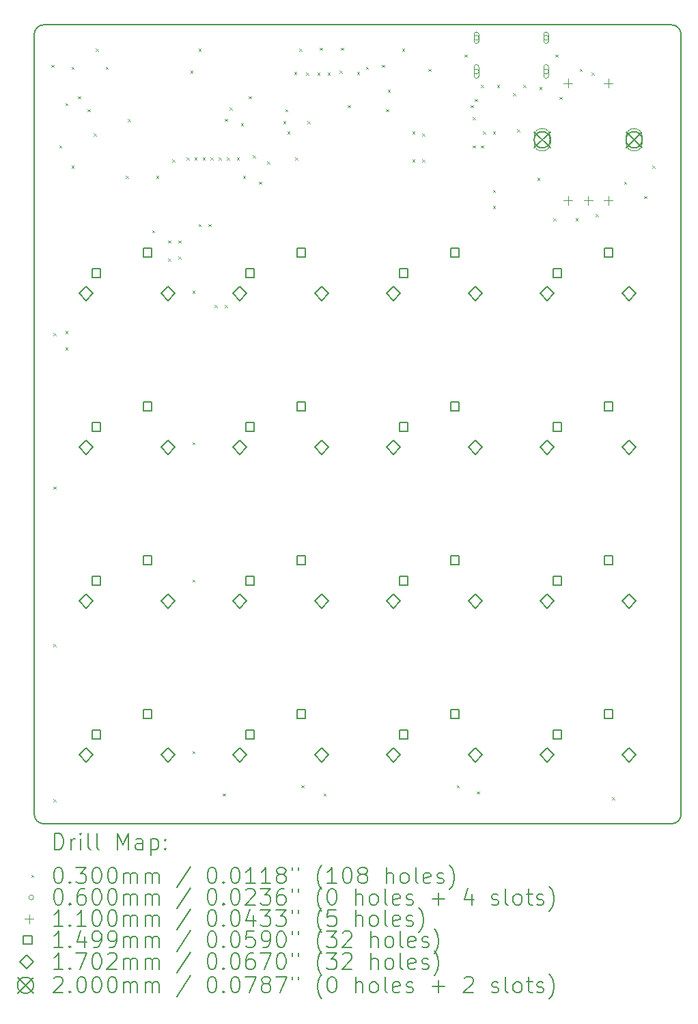
<source format=gbr>
%TF.GenerationSoftware,KiCad,Pcbnew,8.0.3*%
%TF.CreationDate,2024-06-20T02:33:03+05:30*%
%TF.ProjectId,AT-ProtoKeeb_rev1,41542d50-726f-4746-9f4b-6565625f7265,v1.0*%
%TF.SameCoordinates,Original*%
%TF.FileFunction,Drillmap*%
%TF.FilePolarity,Positive*%
%FSLAX45Y45*%
G04 Gerber Fmt 4.5, Leading zero omitted, Abs format (unit mm)*
G04 Created by KiCad (PCBNEW 8.0.3) date 2024-06-20 02:33:03*
%MOMM*%
%LPD*%
G01*
G04 APERTURE LIST*
%ADD10C,0.150000*%
%ADD11C,0.200000*%
%ADD12C,0.100000*%
%ADD13C,0.110000*%
%ADD14C,0.149860*%
%ADD15C,0.170180*%
G04 APERTURE END LIST*
D10*
X4522599Y-5161100D02*
X4522599Y-14817610D01*
X4642599Y-5041100D02*
X12422590Y-5041100D01*
X4642599Y-14937610D02*
G75*
G02*
X4522600Y-14817610I2J120000D01*
G01*
X4642599Y-14937610D02*
X12422590Y-14937610D01*
X4522599Y-5161100D02*
G75*
G02*
X4642599Y-5041099I120002J0D01*
G01*
X12422590Y-5041100D02*
G75*
G02*
X12542590Y-5161100I0J-120000D01*
G01*
X12542590Y-14817610D02*
G75*
G02*
X12422590Y-14937610I-120000J0D01*
G01*
X12542590Y-5161100D02*
X12542590Y-14817610D01*
D11*
D12*
X4735000Y-5535000D02*
X4765000Y-5565000D01*
X4765000Y-5535000D02*
X4735000Y-5565000D01*
X4760000Y-8860000D02*
X4790000Y-8890000D01*
X4790000Y-8860000D02*
X4760000Y-8890000D01*
X4760000Y-10760000D02*
X4790000Y-10790000D01*
X4790000Y-10760000D02*
X4760000Y-10790000D01*
X4760000Y-12710000D02*
X4790000Y-12740000D01*
X4790000Y-12710000D02*
X4760000Y-12740000D01*
X4760000Y-14635000D02*
X4790000Y-14665000D01*
X4790000Y-14635000D02*
X4760000Y-14665000D01*
X4835000Y-6535000D02*
X4865000Y-6565000D01*
X4865000Y-6535000D02*
X4835000Y-6565000D01*
X4910000Y-6010000D02*
X4940000Y-6040000D01*
X4940000Y-6010000D02*
X4910000Y-6040000D01*
X4910000Y-8835000D02*
X4940000Y-8865000D01*
X4940000Y-8835000D02*
X4910000Y-8865000D01*
X4910000Y-9035000D02*
X4940000Y-9065000D01*
X4940000Y-9035000D02*
X4910000Y-9065000D01*
X4985000Y-5560000D02*
X5015000Y-5590000D01*
X5015000Y-5560000D02*
X4985000Y-5590000D01*
X4985000Y-6785000D02*
X5015000Y-6815000D01*
X5015000Y-6785000D02*
X4985000Y-6815000D01*
X5065000Y-5925000D02*
X5095000Y-5955000D01*
X5095000Y-5925000D02*
X5065000Y-5955000D01*
X5185000Y-6085000D02*
X5215000Y-6115000D01*
X5215000Y-6085000D02*
X5185000Y-6115000D01*
X5260000Y-6385000D02*
X5290000Y-6415000D01*
X5290000Y-6385000D02*
X5260000Y-6415000D01*
X5285000Y-5335000D02*
X5315000Y-5365000D01*
X5315000Y-5335000D02*
X5285000Y-5365000D01*
X5410000Y-5560000D02*
X5440000Y-5590000D01*
X5440000Y-5560000D02*
X5410000Y-5590000D01*
X5660000Y-6910000D02*
X5690000Y-6940000D01*
X5690000Y-6910000D02*
X5660000Y-6940000D01*
X5685000Y-6210000D02*
X5715000Y-6240000D01*
X5715000Y-6210000D02*
X5685000Y-6240000D01*
X5985000Y-7585000D02*
X6015000Y-7615000D01*
X6015000Y-7585000D02*
X5985000Y-7615000D01*
X6035000Y-6910000D02*
X6065000Y-6940000D01*
X6065000Y-6910000D02*
X6035000Y-6940000D01*
X6185000Y-7710000D02*
X6215000Y-7740000D01*
X6215000Y-7710000D02*
X6185000Y-7740000D01*
X6185000Y-7935000D02*
X6215000Y-7965000D01*
X6215000Y-7935000D02*
X6185000Y-7965000D01*
X6235000Y-6710000D02*
X6265000Y-6740000D01*
X6265000Y-6710000D02*
X6235000Y-6740000D01*
X6310000Y-7710000D02*
X6340000Y-7740000D01*
X6340000Y-7710000D02*
X6310000Y-7740000D01*
X6310000Y-7910000D02*
X6340000Y-7940000D01*
X6340000Y-7910000D02*
X6310000Y-7940000D01*
X6410000Y-6685000D02*
X6440000Y-6715000D01*
X6440000Y-6685000D02*
X6410000Y-6715000D01*
X6460000Y-5610000D02*
X6490000Y-5640000D01*
X6490000Y-5610000D02*
X6460000Y-5640000D01*
X6485000Y-8335000D02*
X6515000Y-8365000D01*
X6515000Y-8335000D02*
X6485000Y-8365000D01*
X6485000Y-10210000D02*
X6515000Y-10240000D01*
X6515000Y-10210000D02*
X6485000Y-10240000D01*
X6485000Y-11910000D02*
X6515000Y-11940000D01*
X6515000Y-11910000D02*
X6485000Y-11940000D01*
X6485000Y-14035000D02*
X6515000Y-14065000D01*
X6515000Y-14035000D02*
X6485000Y-14065000D01*
X6510000Y-6685000D02*
X6540000Y-6715000D01*
X6540000Y-6685000D02*
X6510000Y-6715000D01*
X6560000Y-5335000D02*
X6590000Y-5365000D01*
X6590000Y-5335000D02*
X6560000Y-5365000D01*
X6560000Y-7510000D02*
X6590000Y-7540000D01*
X6590000Y-7510000D02*
X6560000Y-7540000D01*
X6610000Y-6685000D02*
X6640000Y-6715000D01*
X6640000Y-6685000D02*
X6610000Y-6715000D01*
X6685000Y-7510000D02*
X6715000Y-7540000D01*
X6715000Y-7510000D02*
X6685000Y-7540000D01*
X6710000Y-6685000D02*
X6740000Y-6715000D01*
X6740000Y-6685000D02*
X6710000Y-6715000D01*
X6760000Y-8510000D02*
X6790000Y-8540000D01*
X6790000Y-8510000D02*
X6760000Y-8540000D01*
X6810000Y-6685000D02*
X6840000Y-6715000D01*
X6840000Y-6685000D02*
X6810000Y-6715000D01*
X6860000Y-14560000D02*
X6890000Y-14590000D01*
X6890000Y-14560000D02*
X6860000Y-14590000D01*
X6885000Y-6205000D02*
X6915000Y-6235000D01*
X6915000Y-6205000D02*
X6885000Y-6235000D01*
X6885000Y-8510000D02*
X6915000Y-8540000D01*
X6915000Y-8510000D02*
X6885000Y-8540000D01*
X6910000Y-6685000D02*
X6940000Y-6715000D01*
X6940000Y-6685000D02*
X6910000Y-6715000D01*
X6945000Y-6065000D02*
X6975000Y-6095000D01*
X6975000Y-6065000D02*
X6945000Y-6095000D01*
X7035000Y-6685000D02*
X7065000Y-6715000D01*
X7065000Y-6685000D02*
X7035000Y-6715000D01*
X7085000Y-6260000D02*
X7115000Y-6290000D01*
X7115000Y-6260000D02*
X7085000Y-6290000D01*
X7110000Y-6910000D02*
X7140000Y-6940000D01*
X7140000Y-6910000D02*
X7110000Y-6940000D01*
X7185000Y-5925000D02*
X7215000Y-5955000D01*
X7215000Y-5925000D02*
X7185000Y-5955000D01*
X7235000Y-6660000D02*
X7265000Y-6690000D01*
X7265000Y-6660000D02*
X7235000Y-6690000D01*
X7310000Y-6985000D02*
X7340000Y-7015000D01*
X7340000Y-6985000D02*
X7310000Y-7015000D01*
X7410000Y-6735000D02*
X7440000Y-6765000D01*
X7440000Y-6735000D02*
X7410000Y-6765000D01*
X7610000Y-6235000D02*
X7640000Y-6265000D01*
X7640000Y-6235000D02*
X7610000Y-6265000D01*
X7635000Y-6085000D02*
X7665000Y-6115000D01*
X7665000Y-6085000D02*
X7635000Y-6115000D01*
X7660000Y-6360000D02*
X7690000Y-6390000D01*
X7690000Y-6360000D02*
X7660000Y-6390000D01*
X7745000Y-5625000D02*
X7775000Y-5655000D01*
X7775000Y-5625000D02*
X7745000Y-5655000D01*
X7760000Y-6685000D02*
X7790000Y-6715000D01*
X7790000Y-6685000D02*
X7760000Y-6715000D01*
X7810000Y-5335000D02*
X7840000Y-5365000D01*
X7840000Y-5335000D02*
X7810000Y-5365000D01*
X7835000Y-14460000D02*
X7865000Y-14490000D01*
X7865000Y-14460000D02*
X7835000Y-14490000D01*
X7895000Y-5635000D02*
X7925000Y-5665000D01*
X7925000Y-5635000D02*
X7895000Y-5665000D01*
X7910000Y-6235000D02*
X7940000Y-6265000D01*
X7940000Y-6235000D02*
X7910000Y-6265000D01*
X8035000Y-5635000D02*
X8065000Y-5665000D01*
X8065000Y-5635000D02*
X8035000Y-5665000D01*
X8065000Y-5325000D02*
X8095000Y-5355000D01*
X8095000Y-5325000D02*
X8065000Y-5355000D01*
X8110000Y-14560000D02*
X8140000Y-14590000D01*
X8140000Y-14560000D02*
X8110000Y-14590000D01*
X8160000Y-5635000D02*
X8190000Y-5665000D01*
X8190000Y-5635000D02*
X8160000Y-5665000D01*
X8310000Y-5610000D02*
X8340000Y-5640000D01*
X8340000Y-5610000D02*
X8310000Y-5640000D01*
X8325000Y-5325000D02*
X8355000Y-5355000D01*
X8355000Y-5325000D02*
X8325000Y-5355000D01*
X8410000Y-6035000D02*
X8440000Y-6065000D01*
X8440000Y-6035000D02*
X8410000Y-6065000D01*
X8525000Y-5625000D02*
X8555000Y-5655000D01*
X8555000Y-5625000D02*
X8525000Y-5655000D01*
X8635000Y-5560000D02*
X8665000Y-5590000D01*
X8665000Y-5560000D02*
X8635000Y-5590000D01*
X8835000Y-5535000D02*
X8865000Y-5565000D01*
X8865000Y-5535000D02*
X8835000Y-5565000D01*
X8885000Y-6085000D02*
X8915000Y-6115000D01*
X8915000Y-6085000D02*
X8885000Y-6115000D01*
X8905000Y-5845000D02*
X8935000Y-5875000D01*
X8935000Y-5845000D02*
X8905000Y-5875000D01*
X9085000Y-5335000D02*
X9115000Y-5365000D01*
X9115000Y-5335000D02*
X9085000Y-5365000D01*
X9210000Y-6360000D02*
X9240000Y-6390000D01*
X9240000Y-6360000D02*
X9210000Y-6390000D01*
X9210000Y-6710000D02*
X9240000Y-6740000D01*
X9240000Y-6710000D02*
X9210000Y-6740000D01*
X9335000Y-6385000D02*
X9365000Y-6415000D01*
X9365000Y-6385000D02*
X9335000Y-6415000D01*
X9335000Y-6710000D02*
X9365000Y-6740000D01*
X9365000Y-6710000D02*
X9335000Y-6740000D01*
X9410000Y-5585000D02*
X9440000Y-5615000D01*
X9440000Y-5585000D02*
X9410000Y-5615000D01*
X9760000Y-14460000D02*
X9790000Y-14490000D01*
X9790000Y-14460000D02*
X9760000Y-14490000D01*
X9860000Y-5410000D02*
X9890000Y-5440000D01*
X9890000Y-5410000D02*
X9860000Y-5440000D01*
X9935000Y-6035000D02*
X9965000Y-6065000D01*
X9965000Y-6035000D02*
X9935000Y-6065000D01*
X9960000Y-6185000D02*
X9990000Y-6215000D01*
X9990000Y-6185000D02*
X9960000Y-6215000D01*
X9960000Y-6535000D02*
X9990000Y-6565000D01*
X9990000Y-6535000D02*
X9960000Y-6565000D01*
X9985000Y-5960000D02*
X10015000Y-5990000D01*
X10015000Y-5960000D02*
X9985000Y-5990000D01*
X10010000Y-14535000D02*
X10040000Y-14565000D01*
X10040000Y-14535000D02*
X10010000Y-14565000D01*
X10060000Y-5785000D02*
X10090000Y-5815000D01*
X10090000Y-5785000D02*
X10060000Y-5815000D01*
X10060000Y-6535000D02*
X10090000Y-6565000D01*
X10090000Y-6535000D02*
X10060000Y-6565000D01*
X10085000Y-6360000D02*
X10115000Y-6390000D01*
X10115000Y-6360000D02*
X10085000Y-6390000D01*
X10210000Y-6360000D02*
X10240000Y-6390000D01*
X10240000Y-6360000D02*
X10210000Y-6390000D01*
X10210000Y-7085000D02*
X10240000Y-7115000D01*
X10240000Y-7085000D02*
X10210000Y-7115000D01*
X10210000Y-7285000D02*
X10240000Y-7315000D01*
X10240000Y-7285000D02*
X10210000Y-7315000D01*
X10260000Y-5785000D02*
X10290000Y-5815000D01*
X10290000Y-5785000D02*
X10260000Y-5815000D01*
X10460000Y-5885000D02*
X10490000Y-5915000D01*
X10490000Y-5885000D02*
X10460000Y-5915000D01*
X10510000Y-6335000D02*
X10540000Y-6365000D01*
X10540000Y-6335000D02*
X10510000Y-6365000D01*
X10585000Y-5785000D02*
X10615000Y-5815000D01*
X10615000Y-5785000D02*
X10585000Y-5815000D01*
X10760000Y-6935000D02*
X10790000Y-6965000D01*
X10790000Y-6935000D02*
X10760000Y-6965000D01*
X10785000Y-5810000D02*
X10815000Y-5840000D01*
X10815000Y-5810000D02*
X10785000Y-5840000D01*
X10960000Y-7435000D02*
X10990000Y-7465000D01*
X10990000Y-7435000D02*
X10960000Y-7465000D01*
X10985000Y-5410000D02*
X11015000Y-5440000D01*
X11015000Y-5410000D02*
X10985000Y-5440000D01*
X11035000Y-5935000D02*
X11065000Y-5965000D01*
X11065000Y-5935000D02*
X11035000Y-5965000D01*
X11235000Y-7435000D02*
X11265000Y-7465000D01*
X11265000Y-7435000D02*
X11235000Y-7465000D01*
X11285000Y-5585000D02*
X11315000Y-5615000D01*
X11315000Y-5585000D02*
X11285000Y-5615000D01*
X11435000Y-5635000D02*
X11465000Y-5665000D01*
X11465000Y-5635000D02*
X11435000Y-5665000D01*
X11485000Y-7385000D02*
X11515000Y-7415000D01*
X11515000Y-7385000D02*
X11485000Y-7415000D01*
X11685000Y-14610000D02*
X11715000Y-14640000D01*
X11715000Y-14610000D02*
X11685000Y-14640000D01*
X11835000Y-6985000D02*
X11865000Y-7015000D01*
X11865000Y-6985000D02*
X11835000Y-7015000D01*
X12085000Y-7160000D02*
X12115000Y-7190000D01*
X12115000Y-7160000D02*
X12085000Y-7190000D01*
X12185000Y-6785000D02*
X12215000Y-6815000D01*
X12215000Y-6785000D02*
X12185000Y-6815000D01*
X10035515Y-5201100D02*
G75*
G02*
X9975515Y-5201100I-30000J0D01*
G01*
X9975515Y-5201100D02*
G75*
G02*
X10035515Y-5201100I30000J0D01*
G01*
X9975515Y-5161100D02*
X9975515Y-5241100D01*
X10035515Y-5241100D02*
G75*
G02*
X9975515Y-5241100I-30000J0D01*
G01*
X10035515Y-5241100D02*
X10035515Y-5161100D01*
X10035515Y-5161100D02*
G75*
G03*
X9975515Y-5161100I-30000J0D01*
G01*
X10035515Y-5619100D02*
G75*
G02*
X9975515Y-5619100I-30000J0D01*
G01*
X9975515Y-5619100D02*
G75*
G02*
X10035515Y-5619100I30000J0D01*
G01*
X9975515Y-5564100D02*
X9975515Y-5674100D01*
X10035515Y-5674100D02*
G75*
G02*
X9975515Y-5674100I-30000J0D01*
G01*
X10035515Y-5674100D02*
X10035515Y-5564100D01*
X10035515Y-5564100D02*
G75*
G03*
X9975515Y-5564100I-30000J0D01*
G01*
X10899515Y-5201100D02*
G75*
G02*
X10839515Y-5201100I-30000J0D01*
G01*
X10839515Y-5201100D02*
G75*
G02*
X10899515Y-5201100I30000J0D01*
G01*
X10839515Y-5161100D02*
X10839515Y-5241100D01*
X10899515Y-5241100D02*
G75*
G02*
X10839515Y-5241100I-30000J0D01*
G01*
X10899515Y-5241100D02*
X10899515Y-5161100D01*
X10899515Y-5161100D02*
G75*
G03*
X10839515Y-5161100I-30000J0D01*
G01*
X10899515Y-5619100D02*
G75*
G02*
X10839515Y-5619100I-30000J0D01*
G01*
X10839515Y-5619100D02*
G75*
G02*
X10899515Y-5619100I30000J0D01*
G01*
X10839515Y-5564100D02*
X10839515Y-5674100D01*
X10899515Y-5674100D02*
G75*
G02*
X10839515Y-5674100I-30000J0D01*
G01*
X10899515Y-5674100D02*
X10899515Y-5564100D01*
X10899515Y-5564100D02*
G75*
G03*
X10839515Y-5564100I-30000J0D01*
G01*
D13*
X11140015Y-5710000D02*
X11140015Y-5820000D01*
X11085015Y-5765000D02*
X11195015Y-5765000D01*
X11140015Y-7160000D02*
X11140015Y-7270000D01*
X11085015Y-7215000D02*
X11195015Y-7215000D01*
X11390015Y-7160000D02*
X11390015Y-7270000D01*
X11335015Y-7215000D02*
X11445015Y-7215000D01*
X11640015Y-5710000D02*
X11640015Y-5820000D01*
X11585015Y-5765000D02*
X11695015Y-5765000D01*
X11640015Y-7160000D02*
X11640015Y-7270000D01*
X11585015Y-7215000D02*
X11695015Y-7215000D01*
D14*
X5346999Y-8168984D02*
X5346999Y-8063016D01*
X5241031Y-8063016D01*
X5241031Y-8168984D01*
X5346999Y-8168984D01*
X5346999Y-10073984D02*
X5346999Y-9968016D01*
X5241031Y-9968016D01*
X5241031Y-10073984D01*
X5346999Y-10073984D01*
X5346999Y-11978994D02*
X5346999Y-11873026D01*
X5241031Y-11873026D01*
X5241031Y-11978994D01*
X5346999Y-11978994D01*
X5346999Y-13883994D02*
X5346999Y-13778026D01*
X5241031Y-13778026D01*
X5241031Y-13883994D01*
X5346999Y-13883994D01*
X5981999Y-7914984D02*
X5981999Y-7809016D01*
X5876031Y-7809016D01*
X5876031Y-7914984D01*
X5981999Y-7914984D01*
X5981999Y-9819984D02*
X5981999Y-9714016D01*
X5876031Y-9714016D01*
X5876031Y-9819984D01*
X5981999Y-9819984D01*
X5981999Y-11724994D02*
X5981999Y-11619026D01*
X5876031Y-11619026D01*
X5876031Y-11724994D01*
X5981999Y-11724994D01*
X5981999Y-13629994D02*
X5981999Y-13524026D01*
X5876031Y-13524026D01*
X5876031Y-13629994D01*
X5981999Y-13629994D01*
X7251999Y-8168984D02*
X7251999Y-8063016D01*
X7146031Y-8063016D01*
X7146031Y-8168984D01*
X7251999Y-8168984D01*
X7251999Y-10073984D02*
X7251999Y-9968016D01*
X7146031Y-9968016D01*
X7146031Y-10073984D01*
X7251999Y-10073984D01*
X7251999Y-11978994D02*
X7251999Y-11873026D01*
X7146031Y-11873026D01*
X7146031Y-11978994D01*
X7251999Y-11978994D01*
X7251999Y-13883994D02*
X7251999Y-13778026D01*
X7146031Y-13778026D01*
X7146031Y-13883994D01*
X7251999Y-13883994D01*
X7886999Y-7914984D02*
X7886999Y-7809016D01*
X7781031Y-7809016D01*
X7781031Y-7914984D01*
X7886999Y-7914984D01*
X7886999Y-9819984D02*
X7886999Y-9714016D01*
X7781031Y-9714016D01*
X7781031Y-9819984D01*
X7886999Y-9819984D01*
X7886999Y-11724994D02*
X7886999Y-11619026D01*
X7781031Y-11619026D01*
X7781031Y-11724994D01*
X7886999Y-11724994D01*
X7886999Y-13629994D02*
X7886999Y-13524026D01*
X7781031Y-13524026D01*
X7781031Y-13629994D01*
X7886999Y-13629994D01*
X9156999Y-8168984D02*
X9156999Y-8063016D01*
X9051031Y-8063016D01*
X9051031Y-8168984D01*
X9156999Y-8168984D01*
X9156999Y-10073984D02*
X9156999Y-9968016D01*
X9051031Y-9968016D01*
X9051031Y-10073984D01*
X9156999Y-10073984D01*
X9156999Y-11978994D02*
X9156999Y-11873026D01*
X9051031Y-11873026D01*
X9051031Y-11978994D01*
X9156999Y-11978994D01*
X9156999Y-13883994D02*
X9156999Y-13778026D01*
X9051031Y-13778026D01*
X9051031Y-13883994D01*
X9156999Y-13883994D01*
X9791999Y-7914984D02*
X9791999Y-7809016D01*
X9686031Y-7809016D01*
X9686031Y-7914984D01*
X9791999Y-7914984D01*
X9791999Y-9819984D02*
X9791999Y-9714016D01*
X9686031Y-9714016D01*
X9686031Y-9819984D01*
X9791999Y-9819984D01*
X9791999Y-11724994D02*
X9791999Y-11619026D01*
X9686031Y-11619026D01*
X9686031Y-11724994D01*
X9791999Y-11724994D01*
X9791999Y-13629994D02*
X9791999Y-13524026D01*
X9686031Y-13524026D01*
X9686031Y-13629994D01*
X9791999Y-13629994D01*
X11061999Y-8168984D02*
X11061999Y-8063016D01*
X10956031Y-8063016D01*
X10956031Y-8168984D01*
X11061999Y-8168984D01*
X11061999Y-10073984D02*
X11061999Y-9968016D01*
X10956031Y-9968016D01*
X10956031Y-10073984D01*
X11061999Y-10073984D01*
X11061999Y-11978994D02*
X11061999Y-11873026D01*
X10956031Y-11873026D01*
X10956031Y-11978994D01*
X11061999Y-11978994D01*
X11061999Y-13883994D02*
X11061999Y-13778026D01*
X10956031Y-13778026D01*
X10956031Y-13883994D01*
X11061999Y-13883994D01*
X11696999Y-7914984D02*
X11696999Y-7809016D01*
X11591031Y-7809016D01*
X11591031Y-7914984D01*
X11696999Y-7914984D01*
X11696999Y-9819984D02*
X11696999Y-9714016D01*
X11591031Y-9714016D01*
X11591031Y-9819984D01*
X11696999Y-9819984D01*
X11696999Y-11724994D02*
X11696999Y-11619026D01*
X11591031Y-11619026D01*
X11591031Y-11724994D01*
X11696999Y-11724994D01*
X11696999Y-13629994D02*
X11696999Y-13524026D01*
X11591031Y-13524026D01*
X11591031Y-13629994D01*
X11696999Y-13629994D01*
D15*
X5167015Y-8455090D02*
X5252105Y-8370000D01*
X5167015Y-8284910D01*
X5081925Y-8370000D01*
X5167015Y-8455090D01*
X5167015Y-10360090D02*
X5252105Y-10275000D01*
X5167015Y-10189910D01*
X5081925Y-10275000D01*
X5167015Y-10360090D01*
X5167015Y-12265100D02*
X5252105Y-12180010D01*
X5167015Y-12094920D01*
X5081925Y-12180010D01*
X5167015Y-12265100D01*
X5167015Y-14170100D02*
X5252105Y-14085010D01*
X5167015Y-13999920D01*
X5081925Y-14085010D01*
X5167015Y-14170100D01*
X6183015Y-8455090D02*
X6268105Y-8370000D01*
X6183015Y-8284910D01*
X6097925Y-8370000D01*
X6183015Y-8455090D01*
X6183015Y-10360090D02*
X6268105Y-10275000D01*
X6183015Y-10189910D01*
X6097925Y-10275000D01*
X6183015Y-10360090D01*
X6183015Y-12265100D02*
X6268105Y-12180010D01*
X6183015Y-12094920D01*
X6097925Y-12180010D01*
X6183015Y-12265100D01*
X6183015Y-14170100D02*
X6268105Y-14085010D01*
X6183015Y-13999920D01*
X6097925Y-14085010D01*
X6183015Y-14170100D01*
X7072015Y-8455090D02*
X7157105Y-8370000D01*
X7072015Y-8284910D01*
X6986925Y-8370000D01*
X7072015Y-8455090D01*
X7072015Y-10360090D02*
X7157105Y-10275000D01*
X7072015Y-10189910D01*
X6986925Y-10275000D01*
X7072015Y-10360090D01*
X7072015Y-12265100D02*
X7157105Y-12180010D01*
X7072015Y-12094920D01*
X6986925Y-12180010D01*
X7072015Y-12265100D01*
X7072015Y-14170100D02*
X7157105Y-14085010D01*
X7072015Y-13999920D01*
X6986925Y-14085010D01*
X7072015Y-14170100D01*
X8088015Y-8455090D02*
X8173105Y-8370000D01*
X8088015Y-8284910D01*
X8002925Y-8370000D01*
X8088015Y-8455090D01*
X8088015Y-10360090D02*
X8173105Y-10275000D01*
X8088015Y-10189910D01*
X8002925Y-10275000D01*
X8088015Y-10360090D01*
X8088015Y-12265100D02*
X8173105Y-12180010D01*
X8088015Y-12094920D01*
X8002925Y-12180010D01*
X8088015Y-12265100D01*
X8088015Y-14170100D02*
X8173105Y-14085010D01*
X8088015Y-13999920D01*
X8002925Y-14085010D01*
X8088015Y-14170100D01*
X8977015Y-8455090D02*
X9062105Y-8370000D01*
X8977015Y-8284910D01*
X8891925Y-8370000D01*
X8977015Y-8455090D01*
X8977015Y-10360090D02*
X9062105Y-10275000D01*
X8977015Y-10189910D01*
X8891925Y-10275000D01*
X8977015Y-10360090D01*
X8977015Y-12265100D02*
X9062105Y-12180010D01*
X8977015Y-12094920D01*
X8891925Y-12180010D01*
X8977015Y-12265100D01*
X8977015Y-14170100D02*
X9062105Y-14085010D01*
X8977015Y-13999920D01*
X8891925Y-14085010D01*
X8977015Y-14170100D01*
X9993015Y-8455090D02*
X10078105Y-8370000D01*
X9993015Y-8284910D01*
X9907925Y-8370000D01*
X9993015Y-8455090D01*
X9993015Y-10360090D02*
X10078105Y-10275000D01*
X9993015Y-10189910D01*
X9907925Y-10275000D01*
X9993015Y-10360090D01*
X9993015Y-12265100D02*
X10078105Y-12180010D01*
X9993015Y-12094920D01*
X9907925Y-12180010D01*
X9993015Y-12265100D01*
X9993015Y-14170100D02*
X10078105Y-14085010D01*
X9993015Y-13999920D01*
X9907925Y-14085010D01*
X9993015Y-14170100D01*
X10882015Y-8455090D02*
X10967105Y-8370000D01*
X10882015Y-8284910D01*
X10796925Y-8370000D01*
X10882015Y-8455090D01*
X10882015Y-10360090D02*
X10967105Y-10275000D01*
X10882015Y-10189910D01*
X10796925Y-10275000D01*
X10882015Y-10360090D01*
X10882015Y-12265100D02*
X10967105Y-12180010D01*
X10882015Y-12094920D01*
X10796925Y-12180010D01*
X10882015Y-12265100D01*
X10882015Y-14170100D02*
X10967105Y-14085010D01*
X10882015Y-13999920D01*
X10796925Y-14085010D01*
X10882015Y-14170100D01*
X11898015Y-8455090D02*
X11983105Y-8370000D01*
X11898015Y-8284910D01*
X11812925Y-8370000D01*
X11898015Y-8455090D01*
X11898015Y-10360090D02*
X11983105Y-10275000D01*
X11898015Y-10189910D01*
X11812925Y-10275000D01*
X11898015Y-10360090D01*
X11898015Y-12265100D02*
X11983105Y-12180010D01*
X11898015Y-12094920D01*
X11812925Y-12180010D01*
X11898015Y-12265100D01*
X11898015Y-14170100D02*
X11983105Y-14085010D01*
X11898015Y-13999920D01*
X11812925Y-14085010D01*
X11898015Y-14170100D01*
D11*
X10720015Y-6365000D02*
X10920015Y-6565000D01*
X10920015Y-6365000D02*
X10720015Y-6565000D01*
X10920015Y-6465000D02*
G75*
G02*
X10720015Y-6465000I-100000J0D01*
G01*
X10720015Y-6465000D02*
G75*
G02*
X10920015Y-6465000I100000J0D01*
G01*
D12*
X10720015Y-6425000D02*
X10720015Y-6505000D01*
X10920015Y-6505000D02*
G75*
G02*
X10720015Y-6505000I-100000J0D01*
G01*
X10920015Y-6505000D02*
X10920015Y-6425000D01*
X10920015Y-6425000D02*
G75*
G03*
X10720015Y-6425000I-100000J0D01*
G01*
D11*
X11860015Y-6365000D02*
X12060015Y-6565000D01*
X12060015Y-6365000D02*
X11860015Y-6565000D01*
X12060015Y-6465000D02*
G75*
G02*
X11860015Y-6465000I-100000J0D01*
G01*
X11860015Y-6465000D02*
G75*
G02*
X12060015Y-6465000I100000J0D01*
G01*
D12*
X11860015Y-6425000D02*
X11860015Y-6505000D01*
X12060015Y-6505000D02*
G75*
G02*
X11860015Y-6505000I-100000J0D01*
G01*
X12060015Y-6505000D02*
X12060015Y-6425000D01*
X12060015Y-6425000D02*
G75*
G03*
X11860015Y-6425000I-100000J0D01*
G01*
D11*
X4775875Y-15256594D02*
X4775875Y-15056594D01*
X4775875Y-15056594D02*
X4823494Y-15056594D01*
X4823494Y-15056594D02*
X4852066Y-15066118D01*
X4852066Y-15066118D02*
X4871113Y-15085165D01*
X4871113Y-15085165D02*
X4880637Y-15104213D01*
X4880637Y-15104213D02*
X4890161Y-15142308D01*
X4890161Y-15142308D02*
X4890161Y-15170879D01*
X4890161Y-15170879D02*
X4880637Y-15208975D01*
X4880637Y-15208975D02*
X4871113Y-15228022D01*
X4871113Y-15228022D02*
X4852066Y-15247070D01*
X4852066Y-15247070D02*
X4823494Y-15256594D01*
X4823494Y-15256594D02*
X4775875Y-15256594D01*
X4975875Y-15256594D02*
X4975875Y-15123260D01*
X4975875Y-15161356D02*
X4985399Y-15142308D01*
X4985399Y-15142308D02*
X4994923Y-15132784D01*
X4994923Y-15132784D02*
X5013971Y-15123260D01*
X5013971Y-15123260D02*
X5033018Y-15123260D01*
X5099685Y-15256594D02*
X5099685Y-15123260D01*
X5099685Y-15056594D02*
X5090161Y-15066118D01*
X5090161Y-15066118D02*
X5099685Y-15075641D01*
X5099685Y-15075641D02*
X5109209Y-15066118D01*
X5109209Y-15066118D02*
X5099685Y-15056594D01*
X5099685Y-15056594D02*
X5099685Y-15075641D01*
X5223494Y-15256594D02*
X5204447Y-15247070D01*
X5204447Y-15247070D02*
X5194923Y-15228022D01*
X5194923Y-15228022D02*
X5194923Y-15056594D01*
X5328256Y-15256594D02*
X5309209Y-15247070D01*
X5309209Y-15247070D02*
X5299685Y-15228022D01*
X5299685Y-15228022D02*
X5299685Y-15056594D01*
X5556828Y-15256594D02*
X5556828Y-15056594D01*
X5556828Y-15056594D02*
X5623494Y-15199451D01*
X5623494Y-15199451D02*
X5690161Y-15056594D01*
X5690161Y-15056594D02*
X5690161Y-15256594D01*
X5871113Y-15256594D02*
X5871113Y-15151832D01*
X5871113Y-15151832D02*
X5861590Y-15132784D01*
X5861590Y-15132784D02*
X5842542Y-15123260D01*
X5842542Y-15123260D02*
X5804447Y-15123260D01*
X5804447Y-15123260D02*
X5785399Y-15132784D01*
X5871113Y-15247070D02*
X5852066Y-15256594D01*
X5852066Y-15256594D02*
X5804447Y-15256594D01*
X5804447Y-15256594D02*
X5785399Y-15247070D01*
X5785399Y-15247070D02*
X5775875Y-15228022D01*
X5775875Y-15228022D02*
X5775875Y-15208975D01*
X5775875Y-15208975D02*
X5785399Y-15189927D01*
X5785399Y-15189927D02*
X5804447Y-15180403D01*
X5804447Y-15180403D02*
X5852066Y-15180403D01*
X5852066Y-15180403D02*
X5871113Y-15170879D01*
X5966351Y-15123260D02*
X5966351Y-15323260D01*
X5966351Y-15132784D02*
X5985399Y-15123260D01*
X5985399Y-15123260D02*
X6023494Y-15123260D01*
X6023494Y-15123260D02*
X6042542Y-15132784D01*
X6042542Y-15132784D02*
X6052066Y-15142308D01*
X6052066Y-15142308D02*
X6061590Y-15161356D01*
X6061590Y-15161356D02*
X6061590Y-15218498D01*
X6061590Y-15218498D02*
X6052066Y-15237546D01*
X6052066Y-15237546D02*
X6042542Y-15247070D01*
X6042542Y-15247070D02*
X6023494Y-15256594D01*
X6023494Y-15256594D02*
X5985399Y-15256594D01*
X5985399Y-15256594D02*
X5966351Y-15247070D01*
X6147304Y-15237546D02*
X6156828Y-15247070D01*
X6156828Y-15247070D02*
X6147304Y-15256594D01*
X6147304Y-15256594D02*
X6137780Y-15247070D01*
X6137780Y-15247070D02*
X6147304Y-15237546D01*
X6147304Y-15237546D02*
X6147304Y-15256594D01*
X6147304Y-15132784D02*
X6156828Y-15142308D01*
X6156828Y-15142308D02*
X6147304Y-15151832D01*
X6147304Y-15151832D02*
X6137780Y-15142308D01*
X6137780Y-15142308D02*
X6147304Y-15132784D01*
X6147304Y-15132784D02*
X6147304Y-15151832D01*
D12*
X4485099Y-15570110D02*
X4515099Y-15600110D01*
X4515099Y-15570110D02*
X4485099Y-15600110D01*
D11*
X4813971Y-15476594D02*
X4833018Y-15476594D01*
X4833018Y-15476594D02*
X4852066Y-15486118D01*
X4852066Y-15486118D02*
X4861590Y-15495641D01*
X4861590Y-15495641D02*
X4871113Y-15514689D01*
X4871113Y-15514689D02*
X4880637Y-15552784D01*
X4880637Y-15552784D02*
X4880637Y-15600403D01*
X4880637Y-15600403D02*
X4871113Y-15638498D01*
X4871113Y-15638498D02*
X4861590Y-15657546D01*
X4861590Y-15657546D02*
X4852066Y-15667070D01*
X4852066Y-15667070D02*
X4833018Y-15676594D01*
X4833018Y-15676594D02*
X4813971Y-15676594D01*
X4813971Y-15676594D02*
X4794923Y-15667070D01*
X4794923Y-15667070D02*
X4785399Y-15657546D01*
X4785399Y-15657546D02*
X4775875Y-15638498D01*
X4775875Y-15638498D02*
X4766352Y-15600403D01*
X4766352Y-15600403D02*
X4766352Y-15552784D01*
X4766352Y-15552784D02*
X4775875Y-15514689D01*
X4775875Y-15514689D02*
X4785399Y-15495641D01*
X4785399Y-15495641D02*
X4794923Y-15486118D01*
X4794923Y-15486118D02*
X4813971Y-15476594D01*
X4966352Y-15657546D02*
X4975875Y-15667070D01*
X4975875Y-15667070D02*
X4966352Y-15676594D01*
X4966352Y-15676594D02*
X4956828Y-15667070D01*
X4956828Y-15667070D02*
X4966352Y-15657546D01*
X4966352Y-15657546D02*
X4966352Y-15676594D01*
X5042542Y-15476594D02*
X5166352Y-15476594D01*
X5166352Y-15476594D02*
X5099685Y-15552784D01*
X5099685Y-15552784D02*
X5128256Y-15552784D01*
X5128256Y-15552784D02*
X5147304Y-15562308D01*
X5147304Y-15562308D02*
X5156828Y-15571832D01*
X5156828Y-15571832D02*
X5166352Y-15590879D01*
X5166352Y-15590879D02*
X5166352Y-15638498D01*
X5166352Y-15638498D02*
X5156828Y-15657546D01*
X5156828Y-15657546D02*
X5147304Y-15667070D01*
X5147304Y-15667070D02*
X5128256Y-15676594D01*
X5128256Y-15676594D02*
X5071113Y-15676594D01*
X5071113Y-15676594D02*
X5052066Y-15667070D01*
X5052066Y-15667070D02*
X5042542Y-15657546D01*
X5290161Y-15476594D02*
X5309209Y-15476594D01*
X5309209Y-15476594D02*
X5328256Y-15486118D01*
X5328256Y-15486118D02*
X5337780Y-15495641D01*
X5337780Y-15495641D02*
X5347304Y-15514689D01*
X5347304Y-15514689D02*
X5356828Y-15552784D01*
X5356828Y-15552784D02*
X5356828Y-15600403D01*
X5356828Y-15600403D02*
X5347304Y-15638498D01*
X5347304Y-15638498D02*
X5337780Y-15657546D01*
X5337780Y-15657546D02*
X5328256Y-15667070D01*
X5328256Y-15667070D02*
X5309209Y-15676594D01*
X5309209Y-15676594D02*
X5290161Y-15676594D01*
X5290161Y-15676594D02*
X5271113Y-15667070D01*
X5271113Y-15667070D02*
X5261590Y-15657546D01*
X5261590Y-15657546D02*
X5252066Y-15638498D01*
X5252066Y-15638498D02*
X5242542Y-15600403D01*
X5242542Y-15600403D02*
X5242542Y-15552784D01*
X5242542Y-15552784D02*
X5252066Y-15514689D01*
X5252066Y-15514689D02*
X5261590Y-15495641D01*
X5261590Y-15495641D02*
X5271113Y-15486118D01*
X5271113Y-15486118D02*
X5290161Y-15476594D01*
X5480637Y-15476594D02*
X5499685Y-15476594D01*
X5499685Y-15476594D02*
X5518733Y-15486118D01*
X5518733Y-15486118D02*
X5528256Y-15495641D01*
X5528256Y-15495641D02*
X5537780Y-15514689D01*
X5537780Y-15514689D02*
X5547304Y-15552784D01*
X5547304Y-15552784D02*
X5547304Y-15600403D01*
X5547304Y-15600403D02*
X5537780Y-15638498D01*
X5537780Y-15638498D02*
X5528256Y-15657546D01*
X5528256Y-15657546D02*
X5518733Y-15667070D01*
X5518733Y-15667070D02*
X5499685Y-15676594D01*
X5499685Y-15676594D02*
X5480637Y-15676594D01*
X5480637Y-15676594D02*
X5461590Y-15667070D01*
X5461590Y-15667070D02*
X5452066Y-15657546D01*
X5452066Y-15657546D02*
X5442542Y-15638498D01*
X5442542Y-15638498D02*
X5433018Y-15600403D01*
X5433018Y-15600403D02*
X5433018Y-15552784D01*
X5433018Y-15552784D02*
X5442542Y-15514689D01*
X5442542Y-15514689D02*
X5452066Y-15495641D01*
X5452066Y-15495641D02*
X5461590Y-15486118D01*
X5461590Y-15486118D02*
X5480637Y-15476594D01*
X5633018Y-15676594D02*
X5633018Y-15543260D01*
X5633018Y-15562308D02*
X5642542Y-15552784D01*
X5642542Y-15552784D02*
X5661590Y-15543260D01*
X5661590Y-15543260D02*
X5690161Y-15543260D01*
X5690161Y-15543260D02*
X5709209Y-15552784D01*
X5709209Y-15552784D02*
X5718732Y-15571832D01*
X5718732Y-15571832D02*
X5718732Y-15676594D01*
X5718732Y-15571832D02*
X5728256Y-15552784D01*
X5728256Y-15552784D02*
X5747304Y-15543260D01*
X5747304Y-15543260D02*
X5775875Y-15543260D01*
X5775875Y-15543260D02*
X5794923Y-15552784D01*
X5794923Y-15552784D02*
X5804447Y-15571832D01*
X5804447Y-15571832D02*
X5804447Y-15676594D01*
X5899685Y-15676594D02*
X5899685Y-15543260D01*
X5899685Y-15562308D02*
X5909209Y-15552784D01*
X5909209Y-15552784D02*
X5928256Y-15543260D01*
X5928256Y-15543260D02*
X5956828Y-15543260D01*
X5956828Y-15543260D02*
X5975875Y-15552784D01*
X5975875Y-15552784D02*
X5985399Y-15571832D01*
X5985399Y-15571832D02*
X5985399Y-15676594D01*
X5985399Y-15571832D02*
X5994923Y-15552784D01*
X5994923Y-15552784D02*
X6013971Y-15543260D01*
X6013971Y-15543260D02*
X6042542Y-15543260D01*
X6042542Y-15543260D02*
X6061590Y-15552784D01*
X6061590Y-15552784D02*
X6071113Y-15571832D01*
X6071113Y-15571832D02*
X6071113Y-15676594D01*
X6461590Y-15467070D02*
X6290161Y-15724213D01*
X6718733Y-15476594D02*
X6737780Y-15476594D01*
X6737780Y-15476594D02*
X6756828Y-15486118D01*
X6756828Y-15486118D02*
X6766352Y-15495641D01*
X6766352Y-15495641D02*
X6775875Y-15514689D01*
X6775875Y-15514689D02*
X6785399Y-15552784D01*
X6785399Y-15552784D02*
X6785399Y-15600403D01*
X6785399Y-15600403D02*
X6775875Y-15638498D01*
X6775875Y-15638498D02*
X6766352Y-15657546D01*
X6766352Y-15657546D02*
X6756828Y-15667070D01*
X6756828Y-15667070D02*
X6737780Y-15676594D01*
X6737780Y-15676594D02*
X6718733Y-15676594D01*
X6718733Y-15676594D02*
X6699685Y-15667070D01*
X6699685Y-15667070D02*
X6690161Y-15657546D01*
X6690161Y-15657546D02*
X6680637Y-15638498D01*
X6680637Y-15638498D02*
X6671114Y-15600403D01*
X6671114Y-15600403D02*
X6671114Y-15552784D01*
X6671114Y-15552784D02*
X6680637Y-15514689D01*
X6680637Y-15514689D02*
X6690161Y-15495641D01*
X6690161Y-15495641D02*
X6699685Y-15486118D01*
X6699685Y-15486118D02*
X6718733Y-15476594D01*
X6871114Y-15657546D02*
X6880637Y-15667070D01*
X6880637Y-15667070D02*
X6871114Y-15676594D01*
X6871114Y-15676594D02*
X6861590Y-15667070D01*
X6861590Y-15667070D02*
X6871114Y-15657546D01*
X6871114Y-15657546D02*
X6871114Y-15676594D01*
X7004447Y-15476594D02*
X7023495Y-15476594D01*
X7023495Y-15476594D02*
X7042542Y-15486118D01*
X7042542Y-15486118D02*
X7052066Y-15495641D01*
X7052066Y-15495641D02*
X7061590Y-15514689D01*
X7061590Y-15514689D02*
X7071114Y-15552784D01*
X7071114Y-15552784D02*
X7071114Y-15600403D01*
X7071114Y-15600403D02*
X7061590Y-15638498D01*
X7061590Y-15638498D02*
X7052066Y-15657546D01*
X7052066Y-15657546D02*
X7042542Y-15667070D01*
X7042542Y-15667070D02*
X7023495Y-15676594D01*
X7023495Y-15676594D02*
X7004447Y-15676594D01*
X7004447Y-15676594D02*
X6985399Y-15667070D01*
X6985399Y-15667070D02*
X6975875Y-15657546D01*
X6975875Y-15657546D02*
X6966352Y-15638498D01*
X6966352Y-15638498D02*
X6956828Y-15600403D01*
X6956828Y-15600403D02*
X6956828Y-15552784D01*
X6956828Y-15552784D02*
X6966352Y-15514689D01*
X6966352Y-15514689D02*
X6975875Y-15495641D01*
X6975875Y-15495641D02*
X6985399Y-15486118D01*
X6985399Y-15486118D02*
X7004447Y-15476594D01*
X7261590Y-15676594D02*
X7147304Y-15676594D01*
X7204447Y-15676594D02*
X7204447Y-15476594D01*
X7204447Y-15476594D02*
X7185399Y-15505165D01*
X7185399Y-15505165D02*
X7166352Y-15524213D01*
X7166352Y-15524213D02*
X7147304Y-15533737D01*
X7452066Y-15676594D02*
X7337780Y-15676594D01*
X7394923Y-15676594D02*
X7394923Y-15476594D01*
X7394923Y-15476594D02*
X7375875Y-15505165D01*
X7375875Y-15505165D02*
X7356828Y-15524213D01*
X7356828Y-15524213D02*
X7337780Y-15533737D01*
X7566352Y-15562308D02*
X7547304Y-15552784D01*
X7547304Y-15552784D02*
X7537780Y-15543260D01*
X7537780Y-15543260D02*
X7528256Y-15524213D01*
X7528256Y-15524213D02*
X7528256Y-15514689D01*
X7528256Y-15514689D02*
X7537780Y-15495641D01*
X7537780Y-15495641D02*
X7547304Y-15486118D01*
X7547304Y-15486118D02*
X7566352Y-15476594D01*
X7566352Y-15476594D02*
X7604447Y-15476594D01*
X7604447Y-15476594D02*
X7623495Y-15486118D01*
X7623495Y-15486118D02*
X7633018Y-15495641D01*
X7633018Y-15495641D02*
X7642542Y-15514689D01*
X7642542Y-15514689D02*
X7642542Y-15524213D01*
X7642542Y-15524213D02*
X7633018Y-15543260D01*
X7633018Y-15543260D02*
X7623495Y-15552784D01*
X7623495Y-15552784D02*
X7604447Y-15562308D01*
X7604447Y-15562308D02*
X7566352Y-15562308D01*
X7566352Y-15562308D02*
X7547304Y-15571832D01*
X7547304Y-15571832D02*
X7537780Y-15581356D01*
X7537780Y-15581356D02*
X7528256Y-15600403D01*
X7528256Y-15600403D02*
X7528256Y-15638498D01*
X7528256Y-15638498D02*
X7537780Y-15657546D01*
X7537780Y-15657546D02*
X7547304Y-15667070D01*
X7547304Y-15667070D02*
X7566352Y-15676594D01*
X7566352Y-15676594D02*
X7604447Y-15676594D01*
X7604447Y-15676594D02*
X7623495Y-15667070D01*
X7623495Y-15667070D02*
X7633018Y-15657546D01*
X7633018Y-15657546D02*
X7642542Y-15638498D01*
X7642542Y-15638498D02*
X7642542Y-15600403D01*
X7642542Y-15600403D02*
X7633018Y-15581356D01*
X7633018Y-15581356D02*
X7623495Y-15571832D01*
X7623495Y-15571832D02*
X7604447Y-15562308D01*
X7718733Y-15476594D02*
X7718733Y-15514689D01*
X7794923Y-15476594D02*
X7794923Y-15514689D01*
X8090161Y-15752784D02*
X8080637Y-15743260D01*
X8080637Y-15743260D02*
X8061590Y-15714689D01*
X8061590Y-15714689D02*
X8052066Y-15695641D01*
X8052066Y-15695641D02*
X8042542Y-15667070D01*
X8042542Y-15667070D02*
X8033018Y-15619451D01*
X8033018Y-15619451D02*
X8033018Y-15581356D01*
X8033018Y-15581356D02*
X8042542Y-15533737D01*
X8042542Y-15533737D02*
X8052066Y-15505165D01*
X8052066Y-15505165D02*
X8061590Y-15486118D01*
X8061590Y-15486118D02*
X8080637Y-15457546D01*
X8080637Y-15457546D02*
X8090161Y-15448022D01*
X8271114Y-15676594D02*
X8156828Y-15676594D01*
X8213971Y-15676594D02*
X8213971Y-15476594D01*
X8213971Y-15476594D02*
X8194923Y-15505165D01*
X8194923Y-15505165D02*
X8175876Y-15524213D01*
X8175876Y-15524213D02*
X8156828Y-15533737D01*
X8394923Y-15476594D02*
X8413971Y-15476594D01*
X8413971Y-15476594D02*
X8433019Y-15486118D01*
X8433019Y-15486118D02*
X8442542Y-15495641D01*
X8442542Y-15495641D02*
X8452066Y-15514689D01*
X8452066Y-15514689D02*
X8461590Y-15552784D01*
X8461590Y-15552784D02*
X8461590Y-15600403D01*
X8461590Y-15600403D02*
X8452066Y-15638498D01*
X8452066Y-15638498D02*
X8442542Y-15657546D01*
X8442542Y-15657546D02*
X8433019Y-15667070D01*
X8433019Y-15667070D02*
X8413971Y-15676594D01*
X8413971Y-15676594D02*
X8394923Y-15676594D01*
X8394923Y-15676594D02*
X8375876Y-15667070D01*
X8375876Y-15667070D02*
X8366352Y-15657546D01*
X8366352Y-15657546D02*
X8356828Y-15638498D01*
X8356828Y-15638498D02*
X8347304Y-15600403D01*
X8347304Y-15600403D02*
X8347304Y-15552784D01*
X8347304Y-15552784D02*
X8356828Y-15514689D01*
X8356828Y-15514689D02*
X8366352Y-15495641D01*
X8366352Y-15495641D02*
X8375876Y-15486118D01*
X8375876Y-15486118D02*
X8394923Y-15476594D01*
X8575876Y-15562308D02*
X8556828Y-15552784D01*
X8556828Y-15552784D02*
X8547304Y-15543260D01*
X8547304Y-15543260D02*
X8537780Y-15524213D01*
X8537780Y-15524213D02*
X8537780Y-15514689D01*
X8537780Y-15514689D02*
X8547304Y-15495641D01*
X8547304Y-15495641D02*
X8556828Y-15486118D01*
X8556828Y-15486118D02*
X8575876Y-15476594D01*
X8575876Y-15476594D02*
X8613971Y-15476594D01*
X8613971Y-15476594D02*
X8633019Y-15486118D01*
X8633019Y-15486118D02*
X8642542Y-15495641D01*
X8642542Y-15495641D02*
X8652066Y-15514689D01*
X8652066Y-15514689D02*
X8652066Y-15524213D01*
X8652066Y-15524213D02*
X8642542Y-15543260D01*
X8642542Y-15543260D02*
X8633019Y-15552784D01*
X8633019Y-15552784D02*
X8613971Y-15562308D01*
X8613971Y-15562308D02*
X8575876Y-15562308D01*
X8575876Y-15562308D02*
X8556828Y-15571832D01*
X8556828Y-15571832D02*
X8547304Y-15581356D01*
X8547304Y-15581356D02*
X8537780Y-15600403D01*
X8537780Y-15600403D02*
X8537780Y-15638498D01*
X8537780Y-15638498D02*
X8547304Y-15657546D01*
X8547304Y-15657546D02*
X8556828Y-15667070D01*
X8556828Y-15667070D02*
X8575876Y-15676594D01*
X8575876Y-15676594D02*
X8613971Y-15676594D01*
X8613971Y-15676594D02*
X8633019Y-15667070D01*
X8633019Y-15667070D02*
X8642542Y-15657546D01*
X8642542Y-15657546D02*
X8652066Y-15638498D01*
X8652066Y-15638498D02*
X8652066Y-15600403D01*
X8652066Y-15600403D02*
X8642542Y-15581356D01*
X8642542Y-15581356D02*
X8633019Y-15571832D01*
X8633019Y-15571832D02*
X8613971Y-15562308D01*
X8890161Y-15676594D02*
X8890161Y-15476594D01*
X8975876Y-15676594D02*
X8975876Y-15571832D01*
X8975876Y-15571832D02*
X8966352Y-15552784D01*
X8966352Y-15552784D02*
X8947304Y-15543260D01*
X8947304Y-15543260D02*
X8918733Y-15543260D01*
X8918733Y-15543260D02*
X8899685Y-15552784D01*
X8899685Y-15552784D02*
X8890161Y-15562308D01*
X9099685Y-15676594D02*
X9080638Y-15667070D01*
X9080638Y-15667070D02*
X9071114Y-15657546D01*
X9071114Y-15657546D02*
X9061590Y-15638498D01*
X9061590Y-15638498D02*
X9061590Y-15581356D01*
X9061590Y-15581356D02*
X9071114Y-15562308D01*
X9071114Y-15562308D02*
X9080638Y-15552784D01*
X9080638Y-15552784D02*
X9099685Y-15543260D01*
X9099685Y-15543260D02*
X9128257Y-15543260D01*
X9128257Y-15543260D02*
X9147304Y-15552784D01*
X9147304Y-15552784D02*
X9156828Y-15562308D01*
X9156828Y-15562308D02*
X9166352Y-15581356D01*
X9166352Y-15581356D02*
X9166352Y-15638498D01*
X9166352Y-15638498D02*
X9156828Y-15657546D01*
X9156828Y-15657546D02*
X9147304Y-15667070D01*
X9147304Y-15667070D02*
X9128257Y-15676594D01*
X9128257Y-15676594D02*
X9099685Y-15676594D01*
X9280638Y-15676594D02*
X9261590Y-15667070D01*
X9261590Y-15667070D02*
X9252066Y-15648022D01*
X9252066Y-15648022D02*
X9252066Y-15476594D01*
X9433019Y-15667070D02*
X9413971Y-15676594D01*
X9413971Y-15676594D02*
X9375876Y-15676594D01*
X9375876Y-15676594D02*
X9356828Y-15667070D01*
X9356828Y-15667070D02*
X9347304Y-15648022D01*
X9347304Y-15648022D02*
X9347304Y-15571832D01*
X9347304Y-15571832D02*
X9356828Y-15552784D01*
X9356828Y-15552784D02*
X9375876Y-15543260D01*
X9375876Y-15543260D02*
X9413971Y-15543260D01*
X9413971Y-15543260D02*
X9433019Y-15552784D01*
X9433019Y-15552784D02*
X9442542Y-15571832D01*
X9442542Y-15571832D02*
X9442542Y-15590879D01*
X9442542Y-15590879D02*
X9347304Y-15609927D01*
X9518733Y-15667070D02*
X9537781Y-15676594D01*
X9537781Y-15676594D02*
X9575876Y-15676594D01*
X9575876Y-15676594D02*
X9594923Y-15667070D01*
X9594923Y-15667070D02*
X9604447Y-15648022D01*
X9604447Y-15648022D02*
X9604447Y-15638498D01*
X9604447Y-15638498D02*
X9594923Y-15619451D01*
X9594923Y-15619451D02*
X9575876Y-15609927D01*
X9575876Y-15609927D02*
X9547304Y-15609927D01*
X9547304Y-15609927D02*
X9528257Y-15600403D01*
X9528257Y-15600403D02*
X9518733Y-15581356D01*
X9518733Y-15581356D02*
X9518733Y-15571832D01*
X9518733Y-15571832D02*
X9528257Y-15552784D01*
X9528257Y-15552784D02*
X9547304Y-15543260D01*
X9547304Y-15543260D02*
X9575876Y-15543260D01*
X9575876Y-15543260D02*
X9594923Y-15552784D01*
X9671114Y-15752784D02*
X9680638Y-15743260D01*
X9680638Y-15743260D02*
X9699685Y-15714689D01*
X9699685Y-15714689D02*
X9709209Y-15695641D01*
X9709209Y-15695641D02*
X9718733Y-15667070D01*
X9718733Y-15667070D02*
X9728257Y-15619451D01*
X9728257Y-15619451D02*
X9728257Y-15581356D01*
X9728257Y-15581356D02*
X9718733Y-15533737D01*
X9718733Y-15533737D02*
X9709209Y-15505165D01*
X9709209Y-15505165D02*
X9699685Y-15486118D01*
X9699685Y-15486118D02*
X9680638Y-15457546D01*
X9680638Y-15457546D02*
X9671114Y-15448022D01*
D12*
X4515099Y-15849110D02*
G75*
G02*
X4455099Y-15849110I-30000J0D01*
G01*
X4455099Y-15849110D02*
G75*
G02*
X4515099Y-15849110I30000J0D01*
G01*
D11*
X4813971Y-15740594D02*
X4833018Y-15740594D01*
X4833018Y-15740594D02*
X4852066Y-15750118D01*
X4852066Y-15750118D02*
X4861590Y-15759641D01*
X4861590Y-15759641D02*
X4871113Y-15778689D01*
X4871113Y-15778689D02*
X4880637Y-15816784D01*
X4880637Y-15816784D02*
X4880637Y-15864403D01*
X4880637Y-15864403D02*
X4871113Y-15902498D01*
X4871113Y-15902498D02*
X4861590Y-15921546D01*
X4861590Y-15921546D02*
X4852066Y-15931070D01*
X4852066Y-15931070D02*
X4833018Y-15940594D01*
X4833018Y-15940594D02*
X4813971Y-15940594D01*
X4813971Y-15940594D02*
X4794923Y-15931070D01*
X4794923Y-15931070D02*
X4785399Y-15921546D01*
X4785399Y-15921546D02*
X4775875Y-15902498D01*
X4775875Y-15902498D02*
X4766352Y-15864403D01*
X4766352Y-15864403D02*
X4766352Y-15816784D01*
X4766352Y-15816784D02*
X4775875Y-15778689D01*
X4775875Y-15778689D02*
X4785399Y-15759641D01*
X4785399Y-15759641D02*
X4794923Y-15750118D01*
X4794923Y-15750118D02*
X4813971Y-15740594D01*
X4966352Y-15921546D02*
X4975875Y-15931070D01*
X4975875Y-15931070D02*
X4966352Y-15940594D01*
X4966352Y-15940594D02*
X4956828Y-15931070D01*
X4956828Y-15931070D02*
X4966352Y-15921546D01*
X4966352Y-15921546D02*
X4966352Y-15940594D01*
X5147304Y-15740594D02*
X5109209Y-15740594D01*
X5109209Y-15740594D02*
X5090161Y-15750118D01*
X5090161Y-15750118D02*
X5080637Y-15759641D01*
X5080637Y-15759641D02*
X5061590Y-15788213D01*
X5061590Y-15788213D02*
X5052066Y-15826308D01*
X5052066Y-15826308D02*
X5052066Y-15902498D01*
X5052066Y-15902498D02*
X5061590Y-15921546D01*
X5061590Y-15921546D02*
X5071113Y-15931070D01*
X5071113Y-15931070D02*
X5090161Y-15940594D01*
X5090161Y-15940594D02*
X5128256Y-15940594D01*
X5128256Y-15940594D02*
X5147304Y-15931070D01*
X5147304Y-15931070D02*
X5156828Y-15921546D01*
X5156828Y-15921546D02*
X5166352Y-15902498D01*
X5166352Y-15902498D02*
X5166352Y-15854879D01*
X5166352Y-15854879D02*
X5156828Y-15835832D01*
X5156828Y-15835832D02*
X5147304Y-15826308D01*
X5147304Y-15826308D02*
X5128256Y-15816784D01*
X5128256Y-15816784D02*
X5090161Y-15816784D01*
X5090161Y-15816784D02*
X5071113Y-15826308D01*
X5071113Y-15826308D02*
X5061590Y-15835832D01*
X5061590Y-15835832D02*
X5052066Y-15854879D01*
X5290161Y-15740594D02*
X5309209Y-15740594D01*
X5309209Y-15740594D02*
X5328256Y-15750118D01*
X5328256Y-15750118D02*
X5337780Y-15759641D01*
X5337780Y-15759641D02*
X5347304Y-15778689D01*
X5347304Y-15778689D02*
X5356828Y-15816784D01*
X5356828Y-15816784D02*
X5356828Y-15864403D01*
X5356828Y-15864403D02*
X5347304Y-15902498D01*
X5347304Y-15902498D02*
X5337780Y-15921546D01*
X5337780Y-15921546D02*
X5328256Y-15931070D01*
X5328256Y-15931070D02*
X5309209Y-15940594D01*
X5309209Y-15940594D02*
X5290161Y-15940594D01*
X5290161Y-15940594D02*
X5271113Y-15931070D01*
X5271113Y-15931070D02*
X5261590Y-15921546D01*
X5261590Y-15921546D02*
X5252066Y-15902498D01*
X5252066Y-15902498D02*
X5242542Y-15864403D01*
X5242542Y-15864403D02*
X5242542Y-15816784D01*
X5242542Y-15816784D02*
X5252066Y-15778689D01*
X5252066Y-15778689D02*
X5261590Y-15759641D01*
X5261590Y-15759641D02*
X5271113Y-15750118D01*
X5271113Y-15750118D02*
X5290161Y-15740594D01*
X5480637Y-15740594D02*
X5499685Y-15740594D01*
X5499685Y-15740594D02*
X5518733Y-15750118D01*
X5518733Y-15750118D02*
X5528256Y-15759641D01*
X5528256Y-15759641D02*
X5537780Y-15778689D01*
X5537780Y-15778689D02*
X5547304Y-15816784D01*
X5547304Y-15816784D02*
X5547304Y-15864403D01*
X5547304Y-15864403D02*
X5537780Y-15902498D01*
X5537780Y-15902498D02*
X5528256Y-15921546D01*
X5528256Y-15921546D02*
X5518733Y-15931070D01*
X5518733Y-15931070D02*
X5499685Y-15940594D01*
X5499685Y-15940594D02*
X5480637Y-15940594D01*
X5480637Y-15940594D02*
X5461590Y-15931070D01*
X5461590Y-15931070D02*
X5452066Y-15921546D01*
X5452066Y-15921546D02*
X5442542Y-15902498D01*
X5442542Y-15902498D02*
X5433018Y-15864403D01*
X5433018Y-15864403D02*
X5433018Y-15816784D01*
X5433018Y-15816784D02*
X5442542Y-15778689D01*
X5442542Y-15778689D02*
X5452066Y-15759641D01*
X5452066Y-15759641D02*
X5461590Y-15750118D01*
X5461590Y-15750118D02*
X5480637Y-15740594D01*
X5633018Y-15940594D02*
X5633018Y-15807260D01*
X5633018Y-15826308D02*
X5642542Y-15816784D01*
X5642542Y-15816784D02*
X5661590Y-15807260D01*
X5661590Y-15807260D02*
X5690161Y-15807260D01*
X5690161Y-15807260D02*
X5709209Y-15816784D01*
X5709209Y-15816784D02*
X5718732Y-15835832D01*
X5718732Y-15835832D02*
X5718732Y-15940594D01*
X5718732Y-15835832D02*
X5728256Y-15816784D01*
X5728256Y-15816784D02*
X5747304Y-15807260D01*
X5747304Y-15807260D02*
X5775875Y-15807260D01*
X5775875Y-15807260D02*
X5794923Y-15816784D01*
X5794923Y-15816784D02*
X5804447Y-15835832D01*
X5804447Y-15835832D02*
X5804447Y-15940594D01*
X5899685Y-15940594D02*
X5899685Y-15807260D01*
X5899685Y-15826308D02*
X5909209Y-15816784D01*
X5909209Y-15816784D02*
X5928256Y-15807260D01*
X5928256Y-15807260D02*
X5956828Y-15807260D01*
X5956828Y-15807260D02*
X5975875Y-15816784D01*
X5975875Y-15816784D02*
X5985399Y-15835832D01*
X5985399Y-15835832D02*
X5985399Y-15940594D01*
X5985399Y-15835832D02*
X5994923Y-15816784D01*
X5994923Y-15816784D02*
X6013971Y-15807260D01*
X6013971Y-15807260D02*
X6042542Y-15807260D01*
X6042542Y-15807260D02*
X6061590Y-15816784D01*
X6061590Y-15816784D02*
X6071113Y-15835832D01*
X6071113Y-15835832D02*
X6071113Y-15940594D01*
X6461590Y-15731070D02*
X6290161Y-15988213D01*
X6718733Y-15740594D02*
X6737780Y-15740594D01*
X6737780Y-15740594D02*
X6756828Y-15750118D01*
X6756828Y-15750118D02*
X6766352Y-15759641D01*
X6766352Y-15759641D02*
X6775875Y-15778689D01*
X6775875Y-15778689D02*
X6785399Y-15816784D01*
X6785399Y-15816784D02*
X6785399Y-15864403D01*
X6785399Y-15864403D02*
X6775875Y-15902498D01*
X6775875Y-15902498D02*
X6766352Y-15921546D01*
X6766352Y-15921546D02*
X6756828Y-15931070D01*
X6756828Y-15931070D02*
X6737780Y-15940594D01*
X6737780Y-15940594D02*
X6718733Y-15940594D01*
X6718733Y-15940594D02*
X6699685Y-15931070D01*
X6699685Y-15931070D02*
X6690161Y-15921546D01*
X6690161Y-15921546D02*
X6680637Y-15902498D01*
X6680637Y-15902498D02*
X6671114Y-15864403D01*
X6671114Y-15864403D02*
X6671114Y-15816784D01*
X6671114Y-15816784D02*
X6680637Y-15778689D01*
X6680637Y-15778689D02*
X6690161Y-15759641D01*
X6690161Y-15759641D02*
X6699685Y-15750118D01*
X6699685Y-15750118D02*
X6718733Y-15740594D01*
X6871114Y-15921546D02*
X6880637Y-15931070D01*
X6880637Y-15931070D02*
X6871114Y-15940594D01*
X6871114Y-15940594D02*
X6861590Y-15931070D01*
X6861590Y-15931070D02*
X6871114Y-15921546D01*
X6871114Y-15921546D02*
X6871114Y-15940594D01*
X7004447Y-15740594D02*
X7023495Y-15740594D01*
X7023495Y-15740594D02*
X7042542Y-15750118D01*
X7042542Y-15750118D02*
X7052066Y-15759641D01*
X7052066Y-15759641D02*
X7061590Y-15778689D01*
X7061590Y-15778689D02*
X7071114Y-15816784D01*
X7071114Y-15816784D02*
X7071114Y-15864403D01*
X7071114Y-15864403D02*
X7061590Y-15902498D01*
X7061590Y-15902498D02*
X7052066Y-15921546D01*
X7052066Y-15921546D02*
X7042542Y-15931070D01*
X7042542Y-15931070D02*
X7023495Y-15940594D01*
X7023495Y-15940594D02*
X7004447Y-15940594D01*
X7004447Y-15940594D02*
X6985399Y-15931070D01*
X6985399Y-15931070D02*
X6975875Y-15921546D01*
X6975875Y-15921546D02*
X6966352Y-15902498D01*
X6966352Y-15902498D02*
X6956828Y-15864403D01*
X6956828Y-15864403D02*
X6956828Y-15816784D01*
X6956828Y-15816784D02*
X6966352Y-15778689D01*
X6966352Y-15778689D02*
X6975875Y-15759641D01*
X6975875Y-15759641D02*
X6985399Y-15750118D01*
X6985399Y-15750118D02*
X7004447Y-15740594D01*
X7147304Y-15759641D02*
X7156828Y-15750118D01*
X7156828Y-15750118D02*
X7175875Y-15740594D01*
X7175875Y-15740594D02*
X7223495Y-15740594D01*
X7223495Y-15740594D02*
X7242542Y-15750118D01*
X7242542Y-15750118D02*
X7252066Y-15759641D01*
X7252066Y-15759641D02*
X7261590Y-15778689D01*
X7261590Y-15778689D02*
X7261590Y-15797737D01*
X7261590Y-15797737D02*
X7252066Y-15826308D01*
X7252066Y-15826308D02*
X7137780Y-15940594D01*
X7137780Y-15940594D02*
X7261590Y-15940594D01*
X7328256Y-15740594D02*
X7452066Y-15740594D01*
X7452066Y-15740594D02*
X7385399Y-15816784D01*
X7385399Y-15816784D02*
X7413971Y-15816784D01*
X7413971Y-15816784D02*
X7433018Y-15826308D01*
X7433018Y-15826308D02*
X7442542Y-15835832D01*
X7442542Y-15835832D02*
X7452066Y-15854879D01*
X7452066Y-15854879D02*
X7452066Y-15902498D01*
X7452066Y-15902498D02*
X7442542Y-15921546D01*
X7442542Y-15921546D02*
X7433018Y-15931070D01*
X7433018Y-15931070D02*
X7413971Y-15940594D01*
X7413971Y-15940594D02*
X7356828Y-15940594D01*
X7356828Y-15940594D02*
X7337780Y-15931070D01*
X7337780Y-15931070D02*
X7328256Y-15921546D01*
X7623495Y-15740594D02*
X7585399Y-15740594D01*
X7585399Y-15740594D02*
X7566352Y-15750118D01*
X7566352Y-15750118D02*
X7556828Y-15759641D01*
X7556828Y-15759641D02*
X7537780Y-15788213D01*
X7537780Y-15788213D02*
X7528256Y-15826308D01*
X7528256Y-15826308D02*
X7528256Y-15902498D01*
X7528256Y-15902498D02*
X7537780Y-15921546D01*
X7537780Y-15921546D02*
X7547304Y-15931070D01*
X7547304Y-15931070D02*
X7566352Y-15940594D01*
X7566352Y-15940594D02*
X7604447Y-15940594D01*
X7604447Y-15940594D02*
X7623495Y-15931070D01*
X7623495Y-15931070D02*
X7633018Y-15921546D01*
X7633018Y-15921546D02*
X7642542Y-15902498D01*
X7642542Y-15902498D02*
X7642542Y-15854879D01*
X7642542Y-15854879D02*
X7633018Y-15835832D01*
X7633018Y-15835832D02*
X7623495Y-15826308D01*
X7623495Y-15826308D02*
X7604447Y-15816784D01*
X7604447Y-15816784D02*
X7566352Y-15816784D01*
X7566352Y-15816784D02*
X7547304Y-15826308D01*
X7547304Y-15826308D02*
X7537780Y-15835832D01*
X7537780Y-15835832D02*
X7528256Y-15854879D01*
X7718733Y-15740594D02*
X7718733Y-15778689D01*
X7794923Y-15740594D02*
X7794923Y-15778689D01*
X8090161Y-16016784D02*
X8080637Y-16007260D01*
X8080637Y-16007260D02*
X8061590Y-15978689D01*
X8061590Y-15978689D02*
X8052066Y-15959641D01*
X8052066Y-15959641D02*
X8042542Y-15931070D01*
X8042542Y-15931070D02*
X8033018Y-15883451D01*
X8033018Y-15883451D02*
X8033018Y-15845356D01*
X8033018Y-15845356D02*
X8042542Y-15797737D01*
X8042542Y-15797737D02*
X8052066Y-15769165D01*
X8052066Y-15769165D02*
X8061590Y-15750118D01*
X8061590Y-15750118D02*
X8080637Y-15721546D01*
X8080637Y-15721546D02*
X8090161Y-15712022D01*
X8204447Y-15740594D02*
X8223495Y-15740594D01*
X8223495Y-15740594D02*
X8242542Y-15750118D01*
X8242542Y-15750118D02*
X8252066Y-15759641D01*
X8252066Y-15759641D02*
X8261590Y-15778689D01*
X8261590Y-15778689D02*
X8271114Y-15816784D01*
X8271114Y-15816784D02*
X8271114Y-15864403D01*
X8271114Y-15864403D02*
X8261590Y-15902498D01*
X8261590Y-15902498D02*
X8252066Y-15921546D01*
X8252066Y-15921546D02*
X8242542Y-15931070D01*
X8242542Y-15931070D02*
X8223495Y-15940594D01*
X8223495Y-15940594D02*
X8204447Y-15940594D01*
X8204447Y-15940594D02*
X8185399Y-15931070D01*
X8185399Y-15931070D02*
X8175876Y-15921546D01*
X8175876Y-15921546D02*
X8166352Y-15902498D01*
X8166352Y-15902498D02*
X8156828Y-15864403D01*
X8156828Y-15864403D02*
X8156828Y-15816784D01*
X8156828Y-15816784D02*
X8166352Y-15778689D01*
X8166352Y-15778689D02*
X8175876Y-15759641D01*
X8175876Y-15759641D02*
X8185399Y-15750118D01*
X8185399Y-15750118D02*
X8204447Y-15740594D01*
X8509209Y-15940594D02*
X8509209Y-15740594D01*
X8594923Y-15940594D02*
X8594923Y-15835832D01*
X8594923Y-15835832D02*
X8585400Y-15816784D01*
X8585400Y-15816784D02*
X8566352Y-15807260D01*
X8566352Y-15807260D02*
X8537780Y-15807260D01*
X8537780Y-15807260D02*
X8518733Y-15816784D01*
X8518733Y-15816784D02*
X8509209Y-15826308D01*
X8718733Y-15940594D02*
X8699685Y-15931070D01*
X8699685Y-15931070D02*
X8690161Y-15921546D01*
X8690161Y-15921546D02*
X8680638Y-15902498D01*
X8680638Y-15902498D02*
X8680638Y-15845356D01*
X8680638Y-15845356D02*
X8690161Y-15826308D01*
X8690161Y-15826308D02*
X8699685Y-15816784D01*
X8699685Y-15816784D02*
X8718733Y-15807260D01*
X8718733Y-15807260D02*
X8747304Y-15807260D01*
X8747304Y-15807260D02*
X8766352Y-15816784D01*
X8766352Y-15816784D02*
X8775876Y-15826308D01*
X8775876Y-15826308D02*
X8785400Y-15845356D01*
X8785400Y-15845356D02*
X8785400Y-15902498D01*
X8785400Y-15902498D02*
X8775876Y-15921546D01*
X8775876Y-15921546D02*
X8766352Y-15931070D01*
X8766352Y-15931070D02*
X8747304Y-15940594D01*
X8747304Y-15940594D02*
X8718733Y-15940594D01*
X8899685Y-15940594D02*
X8880638Y-15931070D01*
X8880638Y-15931070D02*
X8871114Y-15912022D01*
X8871114Y-15912022D02*
X8871114Y-15740594D01*
X9052066Y-15931070D02*
X9033019Y-15940594D01*
X9033019Y-15940594D02*
X8994923Y-15940594D01*
X8994923Y-15940594D02*
X8975876Y-15931070D01*
X8975876Y-15931070D02*
X8966352Y-15912022D01*
X8966352Y-15912022D02*
X8966352Y-15835832D01*
X8966352Y-15835832D02*
X8975876Y-15816784D01*
X8975876Y-15816784D02*
X8994923Y-15807260D01*
X8994923Y-15807260D02*
X9033019Y-15807260D01*
X9033019Y-15807260D02*
X9052066Y-15816784D01*
X9052066Y-15816784D02*
X9061590Y-15835832D01*
X9061590Y-15835832D02*
X9061590Y-15854879D01*
X9061590Y-15854879D02*
X8966352Y-15873927D01*
X9137781Y-15931070D02*
X9156828Y-15940594D01*
X9156828Y-15940594D02*
X9194923Y-15940594D01*
X9194923Y-15940594D02*
X9213971Y-15931070D01*
X9213971Y-15931070D02*
X9223495Y-15912022D01*
X9223495Y-15912022D02*
X9223495Y-15902498D01*
X9223495Y-15902498D02*
X9213971Y-15883451D01*
X9213971Y-15883451D02*
X9194923Y-15873927D01*
X9194923Y-15873927D02*
X9166352Y-15873927D01*
X9166352Y-15873927D02*
X9147304Y-15864403D01*
X9147304Y-15864403D02*
X9137781Y-15845356D01*
X9137781Y-15845356D02*
X9137781Y-15835832D01*
X9137781Y-15835832D02*
X9147304Y-15816784D01*
X9147304Y-15816784D02*
X9166352Y-15807260D01*
X9166352Y-15807260D02*
X9194923Y-15807260D01*
X9194923Y-15807260D02*
X9213971Y-15816784D01*
X9461590Y-15864403D02*
X9613971Y-15864403D01*
X9537781Y-15940594D02*
X9537781Y-15788213D01*
X9947304Y-15807260D02*
X9947304Y-15940594D01*
X9899685Y-15731070D02*
X9852066Y-15873927D01*
X9852066Y-15873927D02*
X9975876Y-15873927D01*
X10194924Y-15931070D02*
X10213971Y-15940594D01*
X10213971Y-15940594D02*
X10252066Y-15940594D01*
X10252066Y-15940594D02*
X10271114Y-15931070D01*
X10271114Y-15931070D02*
X10280638Y-15912022D01*
X10280638Y-15912022D02*
X10280638Y-15902498D01*
X10280638Y-15902498D02*
X10271114Y-15883451D01*
X10271114Y-15883451D02*
X10252066Y-15873927D01*
X10252066Y-15873927D02*
X10223495Y-15873927D01*
X10223495Y-15873927D02*
X10204447Y-15864403D01*
X10204447Y-15864403D02*
X10194924Y-15845356D01*
X10194924Y-15845356D02*
X10194924Y-15835832D01*
X10194924Y-15835832D02*
X10204447Y-15816784D01*
X10204447Y-15816784D02*
X10223495Y-15807260D01*
X10223495Y-15807260D02*
X10252066Y-15807260D01*
X10252066Y-15807260D02*
X10271114Y-15816784D01*
X10394924Y-15940594D02*
X10375876Y-15931070D01*
X10375876Y-15931070D02*
X10366352Y-15912022D01*
X10366352Y-15912022D02*
X10366352Y-15740594D01*
X10499685Y-15940594D02*
X10480638Y-15931070D01*
X10480638Y-15931070D02*
X10471114Y-15921546D01*
X10471114Y-15921546D02*
X10461590Y-15902498D01*
X10461590Y-15902498D02*
X10461590Y-15845356D01*
X10461590Y-15845356D02*
X10471114Y-15826308D01*
X10471114Y-15826308D02*
X10480638Y-15816784D01*
X10480638Y-15816784D02*
X10499685Y-15807260D01*
X10499685Y-15807260D02*
X10528257Y-15807260D01*
X10528257Y-15807260D02*
X10547305Y-15816784D01*
X10547305Y-15816784D02*
X10556828Y-15826308D01*
X10556828Y-15826308D02*
X10566352Y-15845356D01*
X10566352Y-15845356D02*
X10566352Y-15902498D01*
X10566352Y-15902498D02*
X10556828Y-15921546D01*
X10556828Y-15921546D02*
X10547305Y-15931070D01*
X10547305Y-15931070D02*
X10528257Y-15940594D01*
X10528257Y-15940594D02*
X10499685Y-15940594D01*
X10623495Y-15807260D02*
X10699685Y-15807260D01*
X10652066Y-15740594D02*
X10652066Y-15912022D01*
X10652066Y-15912022D02*
X10661590Y-15931070D01*
X10661590Y-15931070D02*
X10680638Y-15940594D01*
X10680638Y-15940594D02*
X10699685Y-15940594D01*
X10756828Y-15931070D02*
X10775876Y-15940594D01*
X10775876Y-15940594D02*
X10813971Y-15940594D01*
X10813971Y-15940594D02*
X10833019Y-15931070D01*
X10833019Y-15931070D02*
X10842543Y-15912022D01*
X10842543Y-15912022D02*
X10842543Y-15902498D01*
X10842543Y-15902498D02*
X10833019Y-15883451D01*
X10833019Y-15883451D02*
X10813971Y-15873927D01*
X10813971Y-15873927D02*
X10785400Y-15873927D01*
X10785400Y-15873927D02*
X10766352Y-15864403D01*
X10766352Y-15864403D02*
X10756828Y-15845356D01*
X10756828Y-15845356D02*
X10756828Y-15835832D01*
X10756828Y-15835832D02*
X10766352Y-15816784D01*
X10766352Y-15816784D02*
X10785400Y-15807260D01*
X10785400Y-15807260D02*
X10813971Y-15807260D01*
X10813971Y-15807260D02*
X10833019Y-15816784D01*
X10909209Y-16016784D02*
X10918733Y-16007260D01*
X10918733Y-16007260D02*
X10937781Y-15978689D01*
X10937781Y-15978689D02*
X10947305Y-15959641D01*
X10947305Y-15959641D02*
X10956828Y-15931070D01*
X10956828Y-15931070D02*
X10966352Y-15883451D01*
X10966352Y-15883451D02*
X10966352Y-15845356D01*
X10966352Y-15845356D02*
X10956828Y-15797737D01*
X10956828Y-15797737D02*
X10947305Y-15769165D01*
X10947305Y-15769165D02*
X10937781Y-15750118D01*
X10937781Y-15750118D02*
X10918733Y-15721546D01*
X10918733Y-15721546D02*
X10909209Y-15712022D01*
D13*
X4460099Y-16058110D02*
X4460099Y-16168110D01*
X4405099Y-16113110D02*
X4515099Y-16113110D01*
D11*
X4880637Y-16204594D02*
X4766352Y-16204594D01*
X4823494Y-16204594D02*
X4823494Y-16004594D01*
X4823494Y-16004594D02*
X4804447Y-16033165D01*
X4804447Y-16033165D02*
X4785399Y-16052213D01*
X4785399Y-16052213D02*
X4766352Y-16061737D01*
X4966352Y-16185546D02*
X4975875Y-16195070D01*
X4975875Y-16195070D02*
X4966352Y-16204594D01*
X4966352Y-16204594D02*
X4956828Y-16195070D01*
X4956828Y-16195070D02*
X4966352Y-16185546D01*
X4966352Y-16185546D02*
X4966352Y-16204594D01*
X5166352Y-16204594D02*
X5052066Y-16204594D01*
X5109209Y-16204594D02*
X5109209Y-16004594D01*
X5109209Y-16004594D02*
X5090161Y-16033165D01*
X5090161Y-16033165D02*
X5071113Y-16052213D01*
X5071113Y-16052213D02*
X5052066Y-16061737D01*
X5290161Y-16004594D02*
X5309209Y-16004594D01*
X5309209Y-16004594D02*
X5328256Y-16014118D01*
X5328256Y-16014118D02*
X5337780Y-16023641D01*
X5337780Y-16023641D02*
X5347304Y-16042689D01*
X5347304Y-16042689D02*
X5356828Y-16080784D01*
X5356828Y-16080784D02*
X5356828Y-16128403D01*
X5356828Y-16128403D02*
X5347304Y-16166498D01*
X5347304Y-16166498D02*
X5337780Y-16185546D01*
X5337780Y-16185546D02*
X5328256Y-16195070D01*
X5328256Y-16195070D02*
X5309209Y-16204594D01*
X5309209Y-16204594D02*
X5290161Y-16204594D01*
X5290161Y-16204594D02*
X5271113Y-16195070D01*
X5271113Y-16195070D02*
X5261590Y-16185546D01*
X5261590Y-16185546D02*
X5252066Y-16166498D01*
X5252066Y-16166498D02*
X5242542Y-16128403D01*
X5242542Y-16128403D02*
X5242542Y-16080784D01*
X5242542Y-16080784D02*
X5252066Y-16042689D01*
X5252066Y-16042689D02*
X5261590Y-16023641D01*
X5261590Y-16023641D02*
X5271113Y-16014118D01*
X5271113Y-16014118D02*
X5290161Y-16004594D01*
X5480637Y-16004594D02*
X5499685Y-16004594D01*
X5499685Y-16004594D02*
X5518733Y-16014118D01*
X5518733Y-16014118D02*
X5528256Y-16023641D01*
X5528256Y-16023641D02*
X5537780Y-16042689D01*
X5537780Y-16042689D02*
X5547304Y-16080784D01*
X5547304Y-16080784D02*
X5547304Y-16128403D01*
X5547304Y-16128403D02*
X5537780Y-16166498D01*
X5537780Y-16166498D02*
X5528256Y-16185546D01*
X5528256Y-16185546D02*
X5518733Y-16195070D01*
X5518733Y-16195070D02*
X5499685Y-16204594D01*
X5499685Y-16204594D02*
X5480637Y-16204594D01*
X5480637Y-16204594D02*
X5461590Y-16195070D01*
X5461590Y-16195070D02*
X5452066Y-16185546D01*
X5452066Y-16185546D02*
X5442542Y-16166498D01*
X5442542Y-16166498D02*
X5433018Y-16128403D01*
X5433018Y-16128403D02*
X5433018Y-16080784D01*
X5433018Y-16080784D02*
X5442542Y-16042689D01*
X5442542Y-16042689D02*
X5452066Y-16023641D01*
X5452066Y-16023641D02*
X5461590Y-16014118D01*
X5461590Y-16014118D02*
X5480637Y-16004594D01*
X5633018Y-16204594D02*
X5633018Y-16071260D01*
X5633018Y-16090308D02*
X5642542Y-16080784D01*
X5642542Y-16080784D02*
X5661590Y-16071260D01*
X5661590Y-16071260D02*
X5690161Y-16071260D01*
X5690161Y-16071260D02*
X5709209Y-16080784D01*
X5709209Y-16080784D02*
X5718732Y-16099832D01*
X5718732Y-16099832D02*
X5718732Y-16204594D01*
X5718732Y-16099832D02*
X5728256Y-16080784D01*
X5728256Y-16080784D02*
X5747304Y-16071260D01*
X5747304Y-16071260D02*
X5775875Y-16071260D01*
X5775875Y-16071260D02*
X5794923Y-16080784D01*
X5794923Y-16080784D02*
X5804447Y-16099832D01*
X5804447Y-16099832D02*
X5804447Y-16204594D01*
X5899685Y-16204594D02*
X5899685Y-16071260D01*
X5899685Y-16090308D02*
X5909209Y-16080784D01*
X5909209Y-16080784D02*
X5928256Y-16071260D01*
X5928256Y-16071260D02*
X5956828Y-16071260D01*
X5956828Y-16071260D02*
X5975875Y-16080784D01*
X5975875Y-16080784D02*
X5985399Y-16099832D01*
X5985399Y-16099832D02*
X5985399Y-16204594D01*
X5985399Y-16099832D02*
X5994923Y-16080784D01*
X5994923Y-16080784D02*
X6013971Y-16071260D01*
X6013971Y-16071260D02*
X6042542Y-16071260D01*
X6042542Y-16071260D02*
X6061590Y-16080784D01*
X6061590Y-16080784D02*
X6071113Y-16099832D01*
X6071113Y-16099832D02*
X6071113Y-16204594D01*
X6461590Y-15995070D02*
X6290161Y-16252213D01*
X6718733Y-16004594D02*
X6737780Y-16004594D01*
X6737780Y-16004594D02*
X6756828Y-16014118D01*
X6756828Y-16014118D02*
X6766352Y-16023641D01*
X6766352Y-16023641D02*
X6775875Y-16042689D01*
X6775875Y-16042689D02*
X6785399Y-16080784D01*
X6785399Y-16080784D02*
X6785399Y-16128403D01*
X6785399Y-16128403D02*
X6775875Y-16166498D01*
X6775875Y-16166498D02*
X6766352Y-16185546D01*
X6766352Y-16185546D02*
X6756828Y-16195070D01*
X6756828Y-16195070D02*
X6737780Y-16204594D01*
X6737780Y-16204594D02*
X6718733Y-16204594D01*
X6718733Y-16204594D02*
X6699685Y-16195070D01*
X6699685Y-16195070D02*
X6690161Y-16185546D01*
X6690161Y-16185546D02*
X6680637Y-16166498D01*
X6680637Y-16166498D02*
X6671114Y-16128403D01*
X6671114Y-16128403D02*
X6671114Y-16080784D01*
X6671114Y-16080784D02*
X6680637Y-16042689D01*
X6680637Y-16042689D02*
X6690161Y-16023641D01*
X6690161Y-16023641D02*
X6699685Y-16014118D01*
X6699685Y-16014118D02*
X6718733Y-16004594D01*
X6871114Y-16185546D02*
X6880637Y-16195070D01*
X6880637Y-16195070D02*
X6871114Y-16204594D01*
X6871114Y-16204594D02*
X6861590Y-16195070D01*
X6861590Y-16195070D02*
X6871114Y-16185546D01*
X6871114Y-16185546D02*
X6871114Y-16204594D01*
X7004447Y-16004594D02*
X7023495Y-16004594D01*
X7023495Y-16004594D02*
X7042542Y-16014118D01*
X7042542Y-16014118D02*
X7052066Y-16023641D01*
X7052066Y-16023641D02*
X7061590Y-16042689D01*
X7061590Y-16042689D02*
X7071114Y-16080784D01*
X7071114Y-16080784D02*
X7071114Y-16128403D01*
X7071114Y-16128403D02*
X7061590Y-16166498D01*
X7061590Y-16166498D02*
X7052066Y-16185546D01*
X7052066Y-16185546D02*
X7042542Y-16195070D01*
X7042542Y-16195070D02*
X7023495Y-16204594D01*
X7023495Y-16204594D02*
X7004447Y-16204594D01*
X7004447Y-16204594D02*
X6985399Y-16195070D01*
X6985399Y-16195070D02*
X6975875Y-16185546D01*
X6975875Y-16185546D02*
X6966352Y-16166498D01*
X6966352Y-16166498D02*
X6956828Y-16128403D01*
X6956828Y-16128403D02*
X6956828Y-16080784D01*
X6956828Y-16080784D02*
X6966352Y-16042689D01*
X6966352Y-16042689D02*
X6975875Y-16023641D01*
X6975875Y-16023641D02*
X6985399Y-16014118D01*
X6985399Y-16014118D02*
X7004447Y-16004594D01*
X7242542Y-16071260D02*
X7242542Y-16204594D01*
X7194923Y-15995070D02*
X7147304Y-16137927D01*
X7147304Y-16137927D02*
X7271114Y-16137927D01*
X7328256Y-16004594D02*
X7452066Y-16004594D01*
X7452066Y-16004594D02*
X7385399Y-16080784D01*
X7385399Y-16080784D02*
X7413971Y-16080784D01*
X7413971Y-16080784D02*
X7433018Y-16090308D01*
X7433018Y-16090308D02*
X7442542Y-16099832D01*
X7442542Y-16099832D02*
X7452066Y-16118879D01*
X7452066Y-16118879D02*
X7452066Y-16166498D01*
X7452066Y-16166498D02*
X7442542Y-16185546D01*
X7442542Y-16185546D02*
X7433018Y-16195070D01*
X7433018Y-16195070D02*
X7413971Y-16204594D01*
X7413971Y-16204594D02*
X7356828Y-16204594D01*
X7356828Y-16204594D02*
X7337780Y-16195070D01*
X7337780Y-16195070D02*
X7328256Y-16185546D01*
X7518733Y-16004594D02*
X7642542Y-16004594D01*
X7642542Y-16004594D02*
X7575875Y-16080784D01*
X7575875Y-16080784D02*
X7604447Y-16080784D01*
X7604447Y-16080784D02*
X7623495Y-16090308D01*
X7623495Y-16090308D02*
X7633018Y-16099832D01*
X7633018Y-16099832D02*
X7642542Y-16118879D01*
X7642542Y-16118879D02*
X7642542Y-16166498D01*
X7642542Y-16166498D02*
X7633018Y-16185546D01*
X7633018Y-16185546D02*
X7623495Y-16195070D01*
X7623495Y-16195070D02*
X7604447Y-16204594D01*
X7604447Y-16204594D02*
X7547304Y-16204594D01*
X7547304Y-16204594D02*
X7528256Y-16195070D01*
X7528256Y-16195070D02*
X7518733Y-16185546D01*
X7718733Y-16004594D02*
X7718733Y-16042689D01*
X7794923Y-16004594D02*
X7794923Y-16042689D01*
X8090161Y-16280784D02*
X8080637Y-16271260D01*
X8080637Y-16271260D02*
X8061590Y-16242689D01*
X8061590Y-16242689D02*
X8052066Y-16223641D01*
X8052066Y-16223641D02*
X8042542Y-16195070D01*
X8042542Y-16195070D02*
X8033018Y-16147451D01*
X8033018Y-16147451D02*
X8033018Y-16109356D01*
X8033018Y-16109356D02*
X8042542Y-16061737D01*
X8042542Y-16061737D02*
X8052066Y-16033165D01*
X8052066Y-16033165D02*
X8061590Y-16014118D01*
X8061590Y-16014118D02*
X8080637Y-15985546D01*
X8080637Y-15985546D02*
X8090161Y-15976022D01*
X8261590Y-16004594D02*
X8166352Y-16004594D01*
X8166352Y-16004594D02*
X8156828Y-16099832D01*
X8156828Y-16099832D02*
X8166352Y-16090308D01*
X8166352Y-16090308D02*
X8185399Y-16080784D01*
X8185399Y-16080784D02*
X8233018Y-16080784D01*
X8233018Y-16080784D02*
X8252066Y-16090308D01*
X8252066Y-16090308D02*
X8261590Y-16099832D01*
X8261590Y-16099832D02*
X8271114Y-16118879D01*
X8271114Y-16118879D02*
X8271114Y-16166498D01*
X8271114Y-16166498D02*
X8261590Y-16185546D01*
X8261590Y-16185546D02*
X8252066Y-16195070D01*
X8252066Y-16195070D02*
X8233018Y-16204594D01*
X8233018Y-16204594D02*
X8185399Y-16204594D01*
X8185399Y-16204594D02*
X8166352Y-16195070D01*
X8166352Y-16195070D02*
X8156828Y-16185546D01*
X8509209Y-16204594D02*
X8509209Y-16004594D01*
X8594923Y-16204594D02*
X8594923Y-16099832D01*
X8594923Y-16099832D02*
X8585400Y-16080784D01*
X8585400Y-16080784D02*
X8566352Y-16071260D01*
X8566352Y-16071260D02*
X8537780Y-16071260D01*
X8537780Y-16071260D02*
X8518733Y-16080784D01*
X8518733Y-16080784D02*
X8509209Y-16090308D01*
X8718733Y-16204594D02*
X8699685Y-16195070D01*
X8699685Y-16195070D02*
X8690161Y-16185546D01*
X8690161Y-16185546D02*
X8680638Y-16166498D01*
X8680638Y-16166498D02*
X8680638Y-16109356D01*
X8680638Y-16109356D02*
X8690161Y-16090308D01*
X8690161Y-16090308D02*
X8699685Y-16080784D01*
X8699685Y-16080784D02*
X8718733Y-16071260D01*
X8718733Y-16071260D02*
X8747304Y-16071260D01*
X8747304Y-16071260D02*
X8766352Y-16080784D01*
X8766352Y-16080784D02*
X8775876Y-16090308D01*
X8775876Y-16090308D02*
X8785400Y-16109356D01*
X8785400Y-16109356D02*
X8785400Y-16166498D01*
X8785400Y-16166498D02*
X8775876Y-16185546D01*
X8775876Y-16185546D02*
X8766352Y-16195070D01*
X8766352Y-16195070D02*
X8747304Y-16204594D01*
X8747304Y-16204594D02*
X8718733Y-16204594D01*
X8899685Y-16204594D02*
X8880638Y-16195070D01*
X8880638Y-16195070D02*
X8871114Y-16176022D01*
X8871114Y-16176022D02*
X8871114Y-16004594D01*
X9052066Y-16195070D02*
X9033019Y-16204594D01*
X9033019Y-16204594D02*
X8994923Y-16204594D01*
X8994923Y-16204594D02*
X8975876Y-16195070D01*
X8975876Y-16195070D02*
X8966352Y-16176022D01*
X8966352Y-16176022D02*
X8966352Y-16099832D01*
X8966352Y-16099832D02*
X8975876Y-16080784D01*
X8975876Y-16080784D02*
X8994923Y-16071260D01*
X8994923Y-16071260D02*
X9033019Y-16071260D01*
X9033019Y-16071260D02*
X9052066Y-16080784D01*
X9052066Y-16080784D02*
X9061590Y-16099832D01*
X9061590Y-16099832D02*
X9061590Y-16118879D01*
X9061590Y-16118879D02*
X8966352Y-16137927D01*
X9137781Y-16195070D02*
X9156828Y-16204594D01*
X9156828Y-16204594D02*
X9194923Y-16204594D01*
X9194923Y-16204594D02*
X9213971Y-16195070D01*
X9213971Y-16195070D02*
X9223495Y-16176022D01*
X9223495Y-16176022D02*
X9223495Y-16166498D01*
X9223495Y-16166498D02*
X9213971Y-16147451D01*
X9213971Y-16147451D02*
X9194923Y-16137927D01*
X9194923Y-16137927D02*
X9166352Y-16137927D01*
X9166352Y-16137927D02*
X9147304Y-16128403D01*
X9147304Y-16128403D02*
X9137781Y-16109356D01*
X9137781Y-16109356D02*
X9137781Y-16099832D01*
X9137781Y-16099832D02*
X9147304Y-16080784D01*
X9147304Y-16080784D02*
X9166352Y-16071260D01*
X9166352Y-16071260D02*
X9194923Y-16071260D01*
X9194923Y-16071260D02*
X9213971Y-16080784D01*
X9290162Y-16280784D02*
X9299685Y-16271260D01*
X9299685Y-16271260D02*
X9318733Y-16242689D01*
X9318733Y-16242689D02*
X9328257Y-16223641D01*
X9328257Y-16223641D02*
X9337781Y-16195070D01*
X9337781Y-16195070D02*
X9347304Y-16147451D01*
X9347304Y-16147451D02*
X9347304Y-16109356D01*
X9347304Y-16109356D02*
X9337781Y-16061737D01*
X9337781Y-16061737D02*
X9328257Y-16033165D01*
X9328257Y-16033165D02*
X9318733Y-16014118D01*
X9318733Y-16014118D02*
X9299685Y-15985546D01*
X9299685Y-15985546D02*
X9290162Y-15976022D01*
D14*
X4493153Y-16430094D02*
X4493153Y-16324126D01*
X4387185Y-16324126D01*
X4387185Y-16430094D01*
X4493153Y-16430094D01*
D11*
X4880637Y-16468594D02*
X4766352Y-16468594D01*
X4823494Y-16468594D02*
X4823494Y-16268594D01*
X4823494Y-16268594D02*
X4804447Y-16297165D01*
X4804447Y-16297165D02*
X4785399Y-16316213D01*
X4785399Y-16316213D02*
X4766352Y-16325737D01*
X4966352Y-16449546D02*
X4975875Y-16459070D01*
X4975875Y-16459070D02*
X4966352Y-16468594D01*
X4966352Y-16468594D02*
X4956828Y-16459070D01*
X4956828Y-16459070D02*
X4966352Y-16449546D01*
X4966352Y-16449546D02*
X4966352Y-16468594D01*
X5147304Y-16335260D02*
X5147304Y-16468594D01*
X5099685Y-16259070D02*
X5052066Y-16401927D01*
X5052066Y-16401927D02*
X5175875Y-16401927D01*
X5261590Y-16468594D02*
X5299685Y-16468594D01*
X5299685Y-16468594D02*
X5318733Y-16459070D01*
X5318733Y-16459070D02*
X5328256Y-16449546D01*
X5328256Y-16449546D02*
X5347304Y-16420975D01*
X5347304Y-16420975D02*
X5356828Y-16382879D01*
X5356828Y-16382879D02*
X5356828Y-16306689D01*
X5356828Y-16306689D02*
X5347304Y-16287641D01*
X5347304Y-16287641D02*
X5337780Y-16278118D01*
X5337780Y-16278118D02*
X5318733Y-16268594D01*
X5318733Y-16268594D02*
X5280637Y-16268594D01*
X5280637Y-16268594D02*
X5261590Y-16278118D01*
X5261590Y-16278118D02*
X5252066Y-16287641D01*
X5252066Y-16287641D02*
X5242542Y-16306689D01*
X5242542Y-16306689D02*
X5242542Y-16354308D01*
X5242542Y-16354308D02*
X5252066Y-16373356D01*
X5252066Y-16373356D02*
X5261590Y-16382879D01*
X5261590Y-16382879D02*
X5280637Y-16392403D01*
X5280637Y-16392403D02*
X5318733Y-16392403D01*
X5318733Y-16392403D02*
X5337780Y-16382879D01*
X5337780Y-16382879D02*
X5347304Y-16373356D01*
X5347304Y-16373356D02*
X5356828Y-16354308D01*
X5452066Y-16468594D02*
X5490161Y-16468594D01*
X5490161Y-16468594D02*
X5509209Y-16459070D01*
X5509209Y-16459070D02*
X5518733Y-16449546D01*
X5518733Y-16449546D02*
X5537780Y-16420975D01*
X5537780Y-16420975D02*
X5547304Y-16382879D01*
X5547304Y-16382879D02*
X5547304Y-16306689D01*
X5547304Y-16306689D02*
X5537780Y-16287641D01*
X5537780Y-16287641D02*
X5528256Y-16278118D01*
X5528256Y-16278118D02*
X5509209Y-16268594D01*
X5509209Y-16268594D02*
X5471113Y-16268594D01*
X5471113Y-16268594D02*
X5452066Y-16278118D01*
X5452066Y-16278118D02*
X5442542Y-16287641D01*
X5442542Y-16287641D02*
X5433018Y-16306689D01*
X5433018Y-16306689D02*
X5433018Y-16354308D01*
X5433018Y-16354308D02*
X5442542Y-16373356D01*
X5442542Y-16373356D02*
X5452066Y-16382879D01*
X5452066Y-16382879D02*
X5471113Y-16392403D01*
X5471113Y-16392403D02*
X5509209Y-16392403D01*
X5509209Y-16392403D02*
X5528256Y-16382879D01*
X5528256Y-16382879D02*
X5537780Y-16373356D01*
X5537780Y-16373356D02*
X5547304Y-16354308D01*
X5633018Y-16468594D02*
X5633018Y-16335260D01*
X5633018Y-16354308D02*
X5642542Y-16344784D01*
X5642542Y-16344784D02*
X5661590Y-16335260D01*
X5661590Y-16335260D02*
X5690161Y-16335260D01*
X5690161Y-16335260D02*
X5709209Y-16344784D01*
X5709209Y-16344784D02*
X5718732Y-16363832D01*
X5718732Y-16363832D02*
X5718732Y-16468594D01*
X5718732Y-16363832D02*
X5728256Y-16344784D01*
X5728256Y-16344784D02*
X5747304Y-16335260D01*
X5747304Y-16335260D02*
X5775875Y-16335260D01*
X5775875Y-16335260D02*
X5794923Y-16344784D01*
X5794923Y-16344784D02*
X5804447Y-16363832D01*
X5804447Y-16363832D02*
X5804447Y-16468594D01*
X5899685Y-16468594D02*
X5899685Y-16335260D01*
X5899685Y-16354308D02*
X5909209Y-16344784D01*
X5909209Y-16344784D02*
X5928256Y-16335260D01*
X5928256Y-16335260D02*
X5956828Y-16335260D01*
X5956828Y-16335260D02*
X5975875Y-16344784D01*
X5975875Y-16344784D02*
X5985399Y-16363832D01*
X5985399Y-16363832D02*
X5985399Y-16468594D01*
X5985399Y-16363832D02*
X5994923Y-16344784D01*
X5994923Y-16344784D02*
X6013971Y-16335260D01*
X6013971Y-16335260D02*
X6042542Y-16335260D01*
X6042542Y-16335260D02*
X6061590Y-16344784D01*
X6061590Y-16344784D02*
X6071113Y-16363832D01*
X6071113Y-16363832D02*
X6071113Y-16468594D01*
X6461590Y-16259070D02*
X6290161Y-16516213D01*
X6718733Y-16268594D02*
X6737780Y-16268594D01*
X6737780Y-16268594D02*
X6756828Y-16278118D01*
X6756828Y-16278118D02*
X6766352Y-16287641D01*
X6766352Y-16287641D02*
X6775875Y-16306689D01*
X6775875Y-16306689D02*
X6785399Y-16344784D01*
X6785399Y-16344784D02*
X6785399Y-16392403D01*
X6785399Y-16392403D02*
X6775875Y-16430498D01*
X6775875Y-16430498D02*
X6766352Y-16449546D01*
X6766352Y-16449546D02*
X6756828Y-16459070D01*
X6756828Y-16459070D02*
X6737780Y-16468594D01*
X6737780Y-16468594D02*
X6718733Y-16468594D01*
X6718733Y-16468594D02*
X6699685Y-16459070D01*
X6699685Y-16459070D02*
X6690161Y-16449546D01*
X6690161Y-16449546D02*
X6680637Y-16430498D01*
X6680637Y-16430498D02*
X6671114Y-16392403D01*
X6671114Y-16392403D02*
X6671114Y-16344784D01*
X6671114Y-16344784D02*
X6680637Y-16306689D01*
X6680637Y-16306689D02*
X6690161Y-16287641D01*
X6690161Y-16287641D02*
X6699685Y-16278118D01*
X6699685Y-16278118D02*
X6718733Y-16268594D01*
X6871114Y-16449546D02*
X6880637Y-16459070D01*
X6880637Y-16459070D02*
X6871114Y-16468594D01*
X6871114Y-16468594D02*
X6861590Y-16459070D01*
X6861590Y-16459070D02*
X6871114Y-16449546D01*
X6871114Y-16449546D02*
X6871114Y-16468594D01*
X7004447Y-16268594D02*
X7023495Y-16268594D01*
X7023495Y-16268594D02*
X7042542Y-16278118D01*
X7042542Y-16278118D02*
X7052066Y-16287641D01*
X7052066Y-16287641D02*
X7061590Y-16306689D01*
X7061590Y-16306689D02*
X7071114Y-16344784D01*
X7071114Y-16344784D02*
X7071114Y-16392403D01*
X7071114Y-16392403D02*
X7061590Y-16430498D01*
X7061590Y-16430498D02*
X7052066Y-16449546D01*
X7052066Y-16449546D02*
X7042542Y-16459070D01*
X7042542Y-16459070D02*
X7023495Y-16468594D01*
X7023495Y-16468594D02*
X7004447Y-16468594D01*
X7004447Y-16468594D02*
X6985399Y-16459070D01*
X6985399Y-16459070D02*
X6975875Y-16449546D01*
X6975875Y-16449546D02*
X6966352Y-16430498D01*
X6966352Y-16430498D02*
X6956828Y-16392403D01*
X6956828Y-16392403D02*
X6956828Y-16344784D01*
X6956828Y-16344784D02*
X6966352Y-16306689D01*
X6966352Y-16306689D02*
X6975875Y-16287641D01*
X6975875Y-16287641D02*
X6985399Y-16278118D01*
X6985399Y-16278118D02*
X7004447Y-16268594D01*
X7252066Y-16268594D02*
X7156828Y-16268594D01*
X7156828Y-16268594D02*
X7147304Y-16363832D01*
X7147304Y-16363832D02*
X7156828Y-16354308D01*
X7156828Y-16354308D02*
X7175875Y-16344784D01*
X7175875Y-16344784D02*
X7223495Y-16344784D01*
X7223495Y-16344784D02*
X7242542Y-16354308D01*
X7242542Y-16354308D02*
X7252066Y-16363832D01*
X7252066Y-16363832D02*
X7261590Y-16382879D01*
X7261590Y-16382879D02*
X7261590Y-16430498D01*
X7261590Y-16430498D02*
X7252066Y-16449546D01*
X7252066Y-16449546D02*
X7242542Y-16459070D01*
X7242542Y-16459070D02*
X7223495Y-16468594D01*
X7223495Y-16468594D02*
X7175875Y-16468594D01*
X7175875Y-16468594D02*
X7156828Y-16459070D01*
X7156828Y-16459070D02*
X7147304Y-16449546D01*
X7356828Y-16468594D02*
X7394923Y-16468594D01*
X7394923Y-16468594D02*
X7413971Y-16459070D01*
X7413971Y-16459070D02*
X7423495Y-16449546D01*
X7423495Y-16449546D02*
X7442542Y-16420975D01*
X7442542Y-16420975D02*
X7452066Y-16382879D01*
X7452066Y-16382879D02*
X7452066Y-16306689D01*
X7452066Y-16306689D02*
X7442542Y-16287641D01*
X7442542Y-16287641D02*
X7433018Y-16278118D01*
X7433018Y-16278118D02*
X7413971Y-16268594D01*
X7413971Y-16268594D02*
X7375875Y-16268594D01*
X7375875Y-16268594D02*
X7356828Y-16278118D01*
X7356828Y-16278118D02*
X7347304Y-16287641D01*
X7347304Y-16287641D02*
X7337780Y-16306689D01*
X7337780Y-16306689D02*
X7337780Y-16354308D01*
X7337780Y-16354308D02*
X7347304Y-16373356D01*
X7347304Y-16373356D02*
X7356828Y-16382879D01*
X7356828Y-16382879D02*
X7375875Y-16392403D01*
X7375875Y-16392403D02*
X7413971Y-16392403D01*
X7413971Y-16392403D02*
X7433018Y-16382879D01*
X7433018Y-16382879D02*
X7442542Y-16373356D01*
X7442542Y-16373356D02*
X7452066Y-16354308D01*
X7575875Y-16268594D02*
X7594923Y-16268594D01*
X7594923Y-16268594D02*
X7613971Y-16278118D01*
X7613971Y-16278118D02*
X7623495Y-16287641D01*
X7623495Y-16287641D02*
X7633018Y-16306689D01*
X7633018Y-16306689D02*
X7642542Y-16344784D01*
X7642542Y-16344784D02*
X7642542Y-16392403D01*
X7642542Y-16392403D02*
X7633018Y-16430498D01*
X7633018Y-16430498D02*
X7623495Y-16449546D01*
X7623495Y-16449546D02*
X7613971Y-16459070D01*
X7613971Y-16459070D02*
X7594923Y-16468594D01*
X7594923Y-16468594D02*
X7575875Y-16468594D01*
X7575875Y-16468594D02*
X7556828Y-16459070D01*
X7556828Y-16459070D02*
X7547304Y-16449546D01*
X7547304Y-16449546D02*
X7537780Y-16430498D01*
X7537780Y-16430498D02*
X7528256Y-16392403D01*
X7528256Y-16392403D02*
X7528256Y-16344784D01*
X7528256Y-16344784D02*
X7537780Y-16306689D01*
X7537780Y-16306689D02*
X7547304Y-16287641D01*
X7547304Y-16287641D02*
X7556828Y-16278118D01*
X7556828Y-16278118D02*
X7575875Y-16268594D01*
X7718733Y-16268594D02*
X7718733Y-16306689D01*
X7794923Y-16268594D02*
X7794923Y-16306689D01*
X8090161Y-16544784D02*
X8080637Y-16535260D01*
X8080637Y-16535260D02*
X8061590Y-16506689D01*
X8061590Y-16506689D02*
X8052066Y-16487641D01*
X8052066Y-16487641D02*
X8042542Y-16459070D01*
X8042542Y-16459070D02*
X8033018Y-16411451D01*
X8033018Y-16411451D02*
X8033018Y-16373356D01*
X8033018Y-16373356D02*
X8042542Y-16325737D01*
X8042542Y-16325737D02*
X8052066Y-16297165D01*
X8052066Y-16297165D02*
X8061590Y-16278118D01*
X8061590Y-16278118D02*
X8080637Y-16249546D01*
X8080637Y-16249546D02*
X8090161Y-16240022D01*
X8147304Y-16268594D02*
X8271114Y-16268594D01*
X8271114Y-16268594D02*
X8204447Y-16344784D01*
X8204447Y-16344784D02*
X8233018Y-16344784D01*
X8233018Y-16344784D02*
X8252066Y-16354308D01*
X8252066Y-16354308D02*
X8261590Y-16363832D01*
X8261590Y-16363832D02*
X8271114Y-16382879D01*
X8271114Y-16382879D02*
X8271114Y-16430498D01*
X8271114Y-16430498D02*
X8261590Y-16449546D01*
X8261590Y-16449546D02*
X8252066Y-16459070D01*
X8252066Y-16459070D02*
X8233018Y-16468594D01*
X8233018Y-16468594D02*
X8175876Y-16468594D01*
X8175876Y-16468594D02*
X8156828Y-16459070D01*
X8156828Y-16459070D02*
X8147304Y-16449546D01*
X8347304Y-16287641D02*
X8356828Y-16278118D01*
X8356828Y-16278118D02*
X8375876Y-16268594D01*
X8375876Y-16268594D02*
X8423495Y-16268594D01*
X8423495Y-16268594D02*
X8442542Y-16278118D01*
X8442542Y-16278118D02*
X8452066Y-16287641D01*
X8452066Y-16287641D02*
X8461590Y-16306689D01*
X8461590Y-16306689D02*
X8461590Y-16325737D01*
X8461590Y-16325737D02*
X8452066Y-16354308D01*
X8452066Y-16354308D02*
X8337780Y-16468594D01*
X8337780Y-16468594D02*
X8461590Y-16468594D01*
X8699685Y-16468594D02*
X8699685Y-16268594D01*
X8785400Y-16468594D02*
X8785400Y-16363832D01*
X8785400Y-16363832D02*
X8775876Y-16344784D01*
X8775876Y-16344784D02*
X8756828Y-16335260D01*
X8756828Y-16335260D02*
X8728257Y-16335260D01*
X8728257Y-16335260D02*
X8709209Y-16344784D01*
X8709209Y-16344784D02*
X8699685Y-16354308D01*
X8909209Y-16468594D02*
X8890161Y-16459070D01*
X8890161Y-16459070D02*
X8880638Y-16449546D01*
X8880638Y-16449546D02*
X8871114Y-16430498D01*
X8871114Y-16430498D02*
X8871114Y-16373356D01*
X8871114Y-16373356D02*
X8880638Y-16354308D01*
X8880638Y-16354308D02*
X8890161Y-16344784D01*
X8890161Y-16344784D02*
X8909209Y-16335260D01*
X8909209Y-16335260D02*
X8937781Y-16335260D01*
X8937781Y-16335260D02*
X8956828Y-16344784D01*
X8956828Y-16344784D02*
X8966352Y-16354308D01*
X8966352Y-16354308D02*
X8975876Y-16373356D01*
X8975876Y-16373356D02*
X8975876Y-16430498D01*
X8975876Y-16430498D02*
X8966352Y-16449546D01*
X8966352Y-16449546D02*
X8956828Y-16459070D01*
X8956828Y-16459070D02*
X8937781Y-16468594D01*
X8937781Y-16468594D02*
X8909209Y-16468594D01*
X9090161Y-16468594D02*
X9071114Y-16459070D01*
X9071114Y-16459070D02*
X9061590Y-16440022D01*
X9061590Y-16440022D02*
X9061590Y-16268594D01*
X9242542Y-16459070D02*
X9223495Y-16468594D01*
X9223495Y-16468594D02*
X9185400Y-16468594D01*
X9185400Y-16468594D02*
X9166352Y-16459070D01*
X9166352Y-16459070D02*
X9156828Y-16440022D01*
X9156828Y-16440022D02*
X9156828Y-16363832D01*
X9156828Y-16363832D02*
X9166352Y-16344784D01*
X9166352Y-16344784D02*
X9185400Y-16335260D01*
X9185400Y-16335260D02*
X9223495Y-16335260D01*
X9223495Y-16335260D02*
X9242542Y-16344784D01*
X9242542Y-16344784D02*
X9252066Y-16363832D01*
X9252066Y-16363832D02*
X9252066Y-16382879D01*
X9252066Y-16382879D02*
X9156828Y-16401927D01*
X9328257Y-16459070D02*
X9347304Y-16468594D01*
X9347304Y-16468594D02*
X9385400Y-16468594D01*
X9385400Y-16468594D02*
X9404447Y-16459070D01*
X9404447Y-16459070D02*
X9413971Y-16440022D01*
X9413971Y-16440022D02*
X9413971Y-16430498D01*
X9413971Y-16430498D02*
X9404447Y-16411451D01*
X9404447Y-16411451D02*
X9385400Y-16401927D01*
X9385400Y-16401927D02*
X9356828Y-16401927D01*
X9356828Y-16401927D02*
X9337781Y-16392403D01*
X9337781Y-16392403D02*
X9328257Y-16373356D01*
X9328257Y-16373356D02*
X9328257Y-16363832D01*
X9328257Y-16363832D02*
X9337781Y-16344784D01*
X9337781Y-16344784D02*
X9356828Y-16335260D01*
X9356828Y-16335260D02*
X9385400Y-16335260D01*
X9385400Y-16335260D02*
X9404447Y-16344784D01*
X9480638Y-16544784D02*
X9490162Y-16535260D01*
X9490162Y-16535260D02*
X9509209Y-16506689D01*
X9509209Y-16506689D02*
X9518733Y-16487641D01*
X9518733Y-16487641D02*
X9528257Y-16459070D01*
X9528257Y-16459070D02*
X9537781Y-16411451D01*
X9537781Y-16411451D02*
X9537781Y-16373356D01*
X9537781Y-16373356D02*
X9528257Y-16325737D01*
X9528257Y-16325737D02*
X9518733Y-16297165D01*
X9518733Y-16297165D02*
X9509209Y-16278118D01*
X9509209Y-16278118D02*
X9490162Y-16249546D01*
X9490162Y-16249546D02*
X9480638Y-16240022D01*
D15*
X4430009Y-16732060D02*
X4515099Y-16646970D01*
X4430009Y-16561880D01*
X4344919Y-16646970D01*
X4430009Y-16732060D01*
D11*
X4880637Y-16738454D02*
X4766352Y-16738454D01*
X4823494Y-16738454D02*
X4823494Y-16538454D01*
X4823494Y-16538454D02*
X4804447Y-16567025D01*
X4804447Y-16567025D02*
X4785399Y-16586073D01*
X4785399Y-16586073D02*
X4766352Y-16595597D01*
X4966352Y-16719406D02*
X4975875Y-16728930D01*
X4975875Y-16728930D02*
X4966352Y-16738454D01*
X4966352Y-16738454D02*
X4956828Y-16728930D01*
X4956828Y-16728930D02*
X4966352Y-16719406D01*
X4966352Y-16719406D02*
X4966352Y-16738454D01*
X5042542Y-16538454D02*
X5175875Y-16538454D01*
X5175875Y-16538454D02*
X5090161Y-16738454D01*
X5290161Y-16538454D02*
X5309209Y-16538454D01*
X5309209Y-16538454D02*
X5328256Y-16547978D01*
X5328256Y-16547978D02*
X5337780Y-16557501D01*
X5337780Y-16557501D02*
X5347304Y-16576549D01*
X5347304Y-16576549D02*
X5356828Y-16614644D01*
X5356828Y-16614644D02*
X5356828Y-16662263D01*
X5356828Y-16662263D02*
X5347304Y-16700358D01*
X5347304Y-16700358D02*
X5337780Y-16719406D01*
X5337780Y-16719406D02*
X5328256Y-16728930D01*
X5328256Y-16728930D02*
X5309209Y-16738454D01*
X5309209Y-16738454D02*
X5290161Y-16738454D01*
X5290161Y-16738454D02*
X5271113Y-16728930D01*
X5271113Y-16728930D02*
X5261590Y-16719406D01*
X5261590Y-16719406D02*
X5252066Y-16700358D01*
X5252066Y-16700358D02*
X5242542Y-16662263D01*
X5242542Y-16662263D02*
X5242542Y-16614644D01*
X5242542Y-16614644D02*
X5252066Y-16576549D01*
X5252066Y-16576549D02*
X5261590Y-16557501D01*
X5261590Y-16557501D02*
X5271113Y-16547978D01*
X5271113Y-16547978D02*
X5290161Y-16538454D01*
X5433018Y-16557501D02*
X5442542Y-16547978D01*
X5442542Y-16547978D02*
X5461590Y-16538454D01*
X5461590Y-16538454D02*
X5509209Y-16538454D01*
X5509209Y-16538454D02*
X5528256Y-16547978D01*
X5528256Y-16547978D02*
X5537780Y-16557501D01*
X5537780Y-16557501D02*
X5547304Y-16576549D01*
X5547304Y-16576549D02*
X5547304Y-16595597D01*
X5547304Y-16595597D02*
X5537780Y-16624168D01*
X5537780Y-16624168D02*
X5423494Y-16738454D01*
X5423494Y-16738454D02*
X5547304Y-16738454D01*
X5633018Y-16738454D02*
X5633018Y-16605120D01*
X5633018Y-16624168D02*
X5642542Y-16614644D01*
X5642542Y-16614644D02*
X5661590Y-16605120D01*
X5661590Y-16605120D02*
X5690161Y-16605120D01*
X5690161Y-16605120D02*
X5709209Y-16614644D01*
X5709209Y-16614644D02*
X5718732Y-16633692D01*
X5718732Y-16633692D02*
X5718732Y-16738454D01*
X5718732Y-16633692D02*
X5728256Y-16614644D01*
X5728256Y-16614644D02*
X5747304Y-16605120D01*
X5747304Y-16605120D02*
X5775875Y-16605120D01*
X5775875Y-16605120D02*
X5794923Y-16614644D01*
X5794923Y-16614644D02*
X5804447Y-16633692D01*
X5804447Y-16633692D02*
X5804447Y-16738454D01*
X5899685Y-16738454D02*
X5899685Y-16605120D01*
X5899685Y-16624168D02*
X5909209Y-16614644D01*
X5909209Y-16614644D02*
X5928256Y-16605120D01*
X5928256Y-16605120D02*
X5956828Y-16605120D01*
X5956828Y-16605120D02*
X5975875Y-16614644D01*
X5975875Y-16614644D02*
X5985399Y-16633692D01*
X5985399Y-16633692D02*
X5985399Y-16738454D01*
X5985399Y-16633692D02*
X5994923Y-16614644D01*
X5994923Y-16614644D02*
X6013971Y-16605120D01*
X6013971Y-16605120D02*
X6042542Y-16605120D01*
X6042542Y-16605120D02*
X6061590Y-16614644D01*
X6061590Y-16614644D02*
X6071113Y-16633692D01*
X6071113Y-16633692D02*
X6071113Y-16738454D01*
X6461590Y-16528930D02*
X6290161Y-16786073D01*
X6718733Y-16538454D02*
X6737780Y-16538454D01*
X6737780Y-16538454D02*
X6756828Y-16547978D01*
X6756828Y-16547978D02*
X6766352Y-16557501D01*
X6766352Y-16557501D02*
X6775875Y-16576549D01*
X6775875Y-16576549D02*
X6785399Y-16614644D01*
X6785399Y-16614644D02*
X6785399Y-16662263D01*
X6785399Y-16662263D02*
X6775875Y-16700358D01*
X6775875Y-16700358D02*
X6766352Y-16719406D01*
X6766352Y-16719406D02*
X6756828Y-16728930D01*
X6756828Y-16728930D02*
X6737780Y-16738454D01*
X6737780Y-16738454D02*
X6718733Y-16738454D01*
X6718733Y-16738454D02*
X6699685Y-16728930D01*
X6699685Y-16728930D02*
X6690161Y-16719406D01*
X6690161Y-16719406D02*
X6680637Y-16700358D01*
X6680637Y-16700358D02*
X6671114Y-16662263D01*
X6671114Y-16662263D02*
X6671114Y-16614644D01*
X6671114Y-16614644D02*
X6680637Y-16576549D01*
X6680637Y-16576549D02*
X6690161Y-16557501D01*
X6690161Y-16557501D02*
X6699685Y-16547978D01*
X6699685Y-16547978D02*
X6718733Y-16538454D01*
X6871114Y-16719406D02*
X6880637Y-16728930D01*
X6880637Y-16728930D02*
X6871114Y-16738454D01*
X6871114Y-16738454D02*
X6861590Y-16728930D01*
X6861590Y-16728930D02*
X6871114Y-16719406D01*
X6871114Y-16719406D02*
X6871114Y-16738454D01*
X7004447Y-16538454D02*
X7023495Y-16538454D01*
X7023495Y-16538454D02*
X7042542Y-16547978D01*
X7042542Y-16547978D02*
X7052066Y-16557501D01*
X7052066Y-16557501D02*
X7061590Y-16576549D01*
X7061590Y-16576549D02*
X7071114Y-16614644D01*
X7071114Y-16614644D02*
X7071114Y-16662263D01*
X7071114Y-16662263D02*
X7061590Y-16700358D01*
X7061590Y-16700358D02*
X7052066Y-16719406D01*
X7052066Y-16719406D02*
X7042542Y-16728930D01*
X7042542Y-16728930D02*
X7023495Y-16738454D01*
X7023495Y-16738454D02*
X7004447Y-16738454D01*
X7004447Y-16738454D02*
X6985399Y-16728930D01*
X6985399Y-16728930D02*
X6975875Y-16719406D01*
X6975875Y-16719406D02*
X6966352Y-16700358D01*
X6966352Y-16700358D02*
X6956828Y-16662263D01*
X6956828Y-16662263D02*
X6956828Y-16614644D01*
X6956828Y-16614644D02*
X6966352Y-16576549D01*
X6966352Y-16576549D02*
X6975875Y-16557501D01*
X6975875Y-16557501D02*
X6985399Y-16547978D01*
X6985399Y-16547978D02*
X7004447Y-16538454D01*
X7242542Y-16538454D02*
X7204447Y-16538454D01*
X7204447Y-16538454D02*
X7185399Y-16547978D01*
X7185399Y-16547978D02*
X7175875Y-16557501D01*
X7175875Y-16557501D02*
X7156828Y-16586073D01*
X7156828Y-16586073D02*
X7147304Y-16624168D01*
X7147304Y-16624168D02*
X7147304Y-16700358D01*
X7147304Y-16700358D02*
X7156828Y-16719406D01*
X7156828Y-16719406D02*
X7166352Y-16728930D01*
X7166352Y-16728930D02*
X7185399Y-16738454D01*
X7185399Y-16738454D02*
X7223495Y-16738454D01*
X7223495Y-16738454D02*
X7242542Y-16728930D01*
X7242542Y-16728930D02*
X7252066Y-16719406D01*
X7252066Y-16719406D02*
X7261590Y-16700358D01*
X7261590Y-16700358D02*
X7261590Y-16652739D01*
X7261590Y-16652739D02*
X7252066Y-16633692D01*
X7252066Y-16633692D02*
X7242542Y-16624168D01*
X7242542Y-16624168D02*
X7223495Y-16614644D01*
X7223495Y-16614644D02*
X7185399Y-16614644D01*
X7185399Y-16614644D02*
X7166352Y-16624168D01*
X7166352Y-16624168D02*
X7156828Y-16633692D01*
X7156828Y-16633692D02*
X7147304Y-16652739D01*
X7328256Y-16538454D02*
X7461590Y-16538454D01*
X7461590Y-16538454D02*
X7375875Y-16738454D01*
X7575875Y-16538454D02*
X7594923Y-16538454D01*
X7594923Y-16538454D02*
X7613971Y-16547978D01*
X7613971Y-16547978D02*
X7623495Y-16557501D01*
X7623495Y-16557501D02*
X7633018Y-16576549D01*
X7633018Y-16576549D02*
X7642542Y-16614644D01*
X7642542Y-16614644D02*
X7642542Y-16662263D01*
X7642542Y-16662263D02*
X7633018Y-16700358D01*
X7633018Y-16700358D02*
X7623495Y-16719406D01*
X7623495Y-16719406D02*
X7613971Y-16728930D01*
X7613971Y-16728930D02*
X7594923Y-16738454D01*
X7594923Y-16738454D02*
X7575875Y-16738454D01*
X7575875Y-16738454D02*
X7556828Y-16728930D01*
X7556828Y-16728930D02*
X7547304Y-16719406D01*
X7547304Y-16719406D02*
X7537780Y-16700358D01*
X7537780Y-16700358D02*
X7528256Y-16662263D01*
X7528256Y-16662263D02*
X7528256Y-16614644D01*
X7528256Y-16614644D02*
X7537780Y-16576549D01*
X7537780Y-16576549D02*
X7547304Y-16557501D01*
X7547304Y-16557501D02*
X7556828Y-16547978D01*
X7556828Y-16547978D02*
X7575875Y-16538454D01*
X7718733Y-16538454D02*
X7718733Y-16576549D01*
X7794923Y-16538454D02*
X7794923Y-16576549D01*
X8090161Y-16814644D02*
X8080637Y-16805120D01*
X8080637Y-16805120D02*
X8061590Y-16776549D01*
X8061590Y-16776549D02*
X8052066Y-16757501D01*
X8052066Y-16757501D02*
X8042542Y-16728930D01*
X8042542Y-16728930D02*
X8033018Y-16681311D01*
X8033018Y-16681311D02*
X8033018Y-16643216D01*
X8033018Y-16643216D02*
X8042542Y-16595597D01*
X8042542Y-16595597D02*
X8052066Y-16567025D01*
X8052066Y-16567025D02*
X8061590Y-16547978D01*
X8061590Y-16547978D02*
X8080637Y-16519406D01*
X8080637Y-16519406D02*
X8090161Y-16509882D01*
X8147304Y-16538454D02*
X8271114Y-16538454D01*
X8271114Y-16538454D02*
X8204447Y-16614644D01*
X8204447Y-16614644D02*
X8233018Y-16614644D01*
X8233018Y-16614644D02*
X8252066Y-16624168D01*
X8252066Y-16624168D02*
X8261590Y-16633692D01*
X8261590Y-16633692D02*
X8271114Y-16652739D01*
X8271114Y-16652739D02*
X8271114Y-16700358D01*
X8271114Y-16700358D02*
X8261590Y-16719406D01*
X8261590Y-16719406D02*
X8252066Y-16728930D01*
X8252066Y-16728930D02*
X8233018Y-16738454D01*
X8233018Y-16738454D02*
X8175876Y-16738454D01*
X8175876Y-16738454D02*
X8156828Y-16728930D01*
X8156828Y-16728930D02*
X8147304Y-16719406D01*
X8347304Y-16557501D02*
X8356828Y-16547978D01*
X8356828Y-16547978D02*
X8375876Y-16538454D01*
X8375876Y-16538454D02*
X8423495Y-16538454D01*
X8423495Y-16538454D02*
X8442542Y-16547978D01*
X8442542Y-16547978D02*
X8452066Y-16557501D01*
X8452066Y-16557501D02*
X8461590Y-16576549D01*
X8461590Y-16576549D02*
X8461590Y-16595597D01*
X8461590Y-16595597D02*
X8452066Y-16624168D01*
X8452066Y-16624168D02*
X8337780Y-16738454D01*
X8337780Y-16738454D02*
X8461590Y-16738454D01*
X8699685Y-16738454D02*
X8699685Y-16538454D01*
X8785400Y-16738454D02*
X8785400Y-16633692D01*
X8785400Y-16633692D02*
X8775876Y-16614644D01*
X8775876Y-16614644D02*
X8756828Y-16605120D01*
X8756828Y-16605120D02*
X8728257Y-16605120D01*
X8728257Y-16605120D02*
X8709209Y-16614644D01*
X8709209Y-16614644D02*
X8699685Y-16624168D01*
X8909209Y-16738454D02*
X8890161Y-16728930D01*
X8890161Y-16728930D02*
X8880638Y-16719406D01*
X8880638Y-16719406D02*
X8871114Y-16700358D01*
X8871114Y-16700358D02*
X8871114Y-16643216D01*
X8871114Y-16643216D02*
X8880638Y-16624168D01*
X8880638Y-16624168D02*
X8890161Y-16614644D01*
X8890161Y-16614644D02*
X8909209Y-16605120D01*
X8909209Y-16605120D02*
X8937781Y-16605120D01*
X8937781Y-16605120D02*
X8956828Y-16614644D01*
X8956828Y-16614644D02*
X8966352Y-16624168D01*
X8966352Y-16624168D02*
X8975876Y-16643216D01*
X8975876Y-16643216D02*
X8975876Y-16700358D01*
X8975876Y-16700358D02*
X8966352Y-16719406D01*
X8966352Y-16719406D02*
X8956828Y-16728930D01*
X8956828Y-16728930D02*
X8937781Y-16738454D01*
X8937781Y-16738454D02*
X8909209Y-16738454D01*
X9090161Y-16738454D02*
X9071114Y-16728930D01*
X9071114Y-16728930D02*
X9061590Y-16709882D01*
X9061590Y-16709882D02*
X9061590Y-16538454D01*
X9242542Y-16728930D02*
X9223495Y-16738454D01*
X9223495Y-16738454D02*
X9185400Y-16738454D01*
X9185400Y-16738454D02*
X9166352Y-16728930D01*
X9166352Y-16728930D02*
X9156828Y-16709882D01*
X9156828Y-16709882D02*
X9156828Y-16633692D01*
X9156828Y-16633692D02*
X9166352Y-16614644D01*
X9166352Y-16614644D02*
X9185400Y-16605120D01*
X9185400Y-16605120D02*
X9223495Y-16605120D01*
X9223495Y-16605120D02*
X9242542Y-16614644D01*
X9242542Y-16614644D02*
X9252066Y-16633692D01*
X9252066Y-16633692D02*
X9252066Y-16652739D01*
X9252066Y-16652739D02*
X9156828Y-16671787D01*
X9328257Y-16728930D02*
X9347304Y-16738454D01*
X9347304Y-16738454D02*
X9385400Y-16738454D01*
X9385400Y-16738454D02*
X9404447Y-16728930D01*
X9404447Y-16728930D02*
X9413971Y-16709882D01*
X9413971Y-16709882D02*
X9413971Y-16700358D01*
X9413971Y-16700358D02*
X9404447Y-16681311D01*
X9404447Y-16681311D02*
X9385400Y-16671787D01*
X9385400Y-16671787D02*
X9356828Y-16671787D01*
X9356828Y-16671787D02*
X9337781Y-16662263D01*
X9337781Y-16662263D02*
X9328257Y-16643216D01*
X9328257Y-16643216D02*
X9328257Y-16633692D01*
X9328257Y-16633692D02*
X9337781Y-16614644D01*
X9337781Y-16614644D02*
X9356828Y-16605120D01*
X9356828Y-16605120D02*
X9385400Y-16605120D01*
X9385400Y-16605120D02*
X9404447Y-16614644D01*
X9480638Y-16814644D02*
X9490162Y-16805120D01*
X9490162Y-16805120D02*
X9509209Y-16776549D01*
X9509209Y-16776549D02*
X9518733Y-16757501D01*
X9518733Y-16757501D02*
X9528257Y-16728930D01*
X9528257Y-16728930D02*
X9537781Y-16681311D01*
X9537781Y-16681311D02*
X9537781Y-16643216D01*
X9537781Y-16643216D02*
X9528257Y-16595597D01*
X9528257Y-16595597D02*
X9518733Y-16567025D01*
X9518733Y-16567025D02*
X9509209Y-16547978D01*
X9509209Y-16547978D02*
X9490162Y-16519406D01*
X9490162Y-16519406D02*
X9480638Y-16509882D01*
X4315099Y-16837150D02*
X4515099Y-17037150D01*
X4515099Y-16837150D02*
X4315099Y-17037150D01*
X4515099Y-16937150D02*
G75*
G02*
X4315099Y-16937150I-100000J0D01*
G01*
X4315099Y-16937150D02*
G75*
G02*
X4515099Y-16937150I100000J0D01*
G01*
X4766352Y-16847681D02*
X4775875Y-16838158D01*
X4775875Y-16838158D02*
X4794923Y-16828634D01*
X4794923Y-16828634D02*
X4842542Y-16828634D01*
X4842542Y-16828634D02*
X4861590Y-16838158D01*
X4861590Y-16838158D02*
X4871113Y-16847681D01*
X4871113Y-16847681D02*
X4880637Y-16866729D01*
X4880637Y-16866729D02*
X4880637Y-16885777D01*
X4880637Y-16885777D02*
X4871113Y-16914348D01*
X4871113Y-16914348D02*
X4756828Y-17028634D01*
X4756828Y-17028634D02*
X4880637Y-17028634D01*
X4966352Y-17009586D02*
X4975875Y-17019110D01*
X4975875Y-17019110D02*
X4966352Y-17028634D01*
X4966352Y-17028634D02*
X4956828Y-17019110D01*
X4956828Y-17019110D02*
X4966352Y-17009586D01*
X4966352Y-17009586D02*
X4966352Y-17028634D01*
X5099685Y-16828634D02*
X5118733Y-16828634D01*
X5118733Y-16828634D02*
X5137780Y-16838158D01*
X5137780Y-16838158D02*
X5147304Y-16847681D01*
X5147304Y-16847681D02*
X5156828Y-16866729D01*
X5156828Y-16866729D02*
X5166352Y-16904824D01*
X5166352Y-16904824D02*
X5166352Y-16952443D01*
X5166352Y-16952443D02*
X5156828Y-16990539D01*
X5156828Y-16990539D02*
X5147304Y-17009586D01*
X5147304Y-17009586D02*
X5137780Y-17019110D01*
X5137780Y-17019110D02*
X5118733Y-17028634D01*
X5118733Y-17028634D02*
X5099685Y-17028634D01*
X5099685Y-17028634D02*
X5080637Y-17019110D01*
X5080637Y-17019110D02*
X5071113Y-17009586D01*
X5071113Y-17009586D02*
X5061590Y-16990539D01*
X5061590Y-16990539D02*
X5052066Y-16952443D01*
X5052066Y-16952443D02*
X5052066Y-16904824D01*
X5052066Y-16904824D02*
X5061590Y-16866729D01*
X5061590Y-16866729D02*
X5071113Y-16847681D01*
X5071113Y-16847681D02*
X5080637Y-16838158D01*
X5080637Y-16838158D02*
X5099685Y-16828634D01*
X5290161Y-16828634D02*
X5309209Y-16828634D01*
X5309209Y-16828634D02*
X5328256Y-16838158D01*
X5328256Y-16838158D02*
X5337780Y-16847681D01*
X5337780Y-16847681D02*
X5347304Y-16866729D01*
X5347304Y-16866729D02*
X5356828Y-16904824D01*
X5356828Y-16904824D02*
X5356828Y-16952443D01*
X5356828Y-16952443D02*
X5347304Y-16990539D01*
X5347304Y-16990539D02*
X5337780Y-17009586D01*
X5337780Y-17009586D02*
X5328256Y-17019110D01*
X5328256Y-17019110D02*
X5309209Y-17028634D01*
X5309209Y-17028634D02*
X5290161Y-17028634D01*
X5290161Y-17028634D02*
X5271113Y-17019110D01*
X5271113Y-17019110D02*
X5261590Y-17009586D01*
X5261590Y-17009586D02*
X5252066Y-16990539D01*
X5252066Y-16990539D02*
X5242542Y-16952443D01*
X5242542Y-16952443D02*
X5242542Y-16904824D01*
X5242542Y-16904824D02*
X5252066Y-16866729D01*
X5252066Y-16866729D02*
X5261590Y-16847681D01*
X5261590Y-16847681D02*
X5271113Y-16838158D01*
X5271113Y-16838158D02*
X5290161Y-16828634D01*
X5480637Y-16828634D02*
X5499685Y-16828634D01*
X5499685Y-16828634D02*
X5518733Y-16838158D01*
X5518733Y-16838158D02*
X5528256Y-16847681D01*
X5528256Y-16847681D02*
X5537780Y-16866729D01*
X5537780Y-16866729D02*
X5547304Y-16904824D01*
X5547304Y-16904824D02*
X5547304Y-16952443D01*
X5547304Y-16952443D02*
X5537780Y-16990539D01*
X5537780Y-16990539D02*
X5528256Y-17009586D01*
X5528256Y-17009586D02*
X5518733Y-17019110D01*
X5518733Y-17019110D02*
X5499685Y-17028634D01*
X5499685Y-17028634D02*
X5480637Y-17028634D01*
X5480637Y-17028634D02*
X5461590Y-17019110D01*
X5461590Y-17019110D02*
X5452066Y-17009586D01*
X5452066Y-17009586D02*
X5442542Y-16990539D01*
X5442542Y-16990539D02*
X5433018Y-16952443D01*
X5433018Y-16952443D02*
X5433018Y-16904824D01*
X5433018Y-16904824D02*
X5442542Y-16866729D01*
X5442542Y-16866729D02*
X5452066Y-16847681D01*
X5452066Y-16847681D02*
X5461590Y-16838158D01*
X5461590Y-16838158D02*
X5480637Y-16828634D01*
X5633018Y-17028634D02*
X5633018Y-16895300D01*
X5633018Y-16914348D02*
X5642542Y-16904824D01*
X5642542Y-16904824D02*
X5661590Y-16895300D01*
X5661590Y-16895300D02*
X5690161Y-16895300D01*
X5690161Y-16895300D02*
X5709209Y-16904824D01*
X5709209Y-16904824D02*
X5718732Y-16923872D01*
X5718732Y-16923872D02*
X5718732Y-17028634D01*
X5718732Y-16923872D02*
X5728256Y-16904824D01*
X5728256Y-16904824D02*
X5747304Y-16895300D01*
X5747304Y-16895300D02*
X5775875Y-16895300D01*
X5775875Y-16895300D02*
X5794923Y-16904824D01*
X5794923Y-16904824D02*
X5804447Y-16923872D01*
X5804447Y-16923872D02*
X5804447Y-17028634D01*
X5899685Y-17028634D02*
X5899685Y-16895300D01*
X5899685Y-16914348D02*
X5909209Y-16904824D01*
X5909209Y-16904824D02*
X5928256Y-16895300D01*
X5928256Y-16895300D02*
X5956828Y-16895300D01*
X5956828Y-16895300D02*
X5975875Y-16904824D01*
X5975875Y-16904824D02*
X5985399Y-16923872D01*
X5985399Y-16923872D02*
X5985399Y-17028634D01*
X5985399Y-16923872D02*
X5994923Y-16904824D01*
X5994923Y-16904824D02*
X6013971Y-16895300D01*
X6013971Y-16895300D02*
X6042542Y-16895300D01*
X6042542Y-16895300D02*
X6061590Y-16904824D01*
X6061590Y-16904824D02*
X6071113Y-16923872D01*
X6071113Y-16923872D02*
X6071113Y-17028634D01*
X6461590Y-16819110D02*
X6290161Y-17076253D01*
X6718733Y-16828634D02*
X6737780Y-16828634D01*
X6737780Y-16828634D02*
X6756828Y-16838158D01*
X6756828Y-16838158D02*
X6766352Y-16847681D01*
X6766352Y-16847681D02*
X6775875Y-16866729D01*
X6775875Y-16866729D02*
X6785399Y-16904824D01*
X6785399Y-16904824D02*
X6785399Y-16952443D01*
X6785399Y-16952443D02*
X6775875Y-16990539D01*
X6775875Y-16990539D02*
X6766352Y-17009586D01*
X6766352Y-17009586D02*
X6756828Y-17019110D01*
X6756828Y-17019110D02*
X6737780Y-17028634D01*
X6737780Y-17028634D02*
X6718733Y-17028634D01*
X6718733Y-17028634D02*
X6699685Y-17019110D01*
X6699685Y-17019110D02*
X6690161Y-17009586D01*
X6690161Y-17009586D02*
X6680637Y-16990539D01*
X6680637Y-16990539D02*
X6671114Y-16952443D01*
X6671114Y-16952443D02*
X6671114Y-16904824D01*
X6671114Y-16904824D02*
X6680637Y-16866729D01*
X6680637Y-16866729D02*
X6690161Y-16847681D01*
X6690161Y-16847681D02*
X6699685Y-16838158D01*
X6699685Y-16838158D02*
X6718733Y-16828634D01*
X6871114Y-17009586D02*
X6880637Y-17019110D01*
X6880637Y-17019110D02*
X6871114Y-17028634D01*
X6871114Y-17028634D02*
X6861590Y-17019110D01*
X6861590Y-17019110D02*
X6871114Y-17009586D01*
X6871114Y-17009586D02*
X6871114Y-17028634D01*
X7004447Y-16828634D02*
X7023495Y-16828634D01*
X7023495Y-16828634D02*
X7042542Y-16838158D01*
X7042542Y-16838158D02*
X7052066Y-16847681D01*
X7052066Y-16847681D02*
X7061590Y-16866729D01*
X7061590Y-16866729D02*
X7071114Y-16904824D01*
X7071114Y-16904824D02*
X7071114Y-16952443D01*
X7071114Y-16952443D02*
X7061590Y-16990539D01*
X7061590Y-16990539D02*
X7052066Y-17009586D01*
X7052066Y-17009586D02*
X7042542Y-17019110D01*
X7042542Y-17019110D02*
X7023495Y-17028634D01*
X7023495Y-17028634D02*
X7004447Y-17028634D01*
X7004447Y-17028634D02*
X6985399Y-17019110D01*
X6985399Y-17019110D02*
X6975875Y-17009586D01*
X6975875Y-17009586D02*
X6966352Y-16990539D01*
X6966352Y-16990539D02*
X6956828Y-16952443D01*
X6956828Y-16952443D02*
X6956828Y-16904824D01*
X6956828Y-16904824D02*
X6966352Y-16866729D01*
X6966352Y-16866729D02*
X6975875Y-16847681D01*
X6975875Y-16847681D02*
X6985399Y-16838158D01*
X6985399Y-16838158D02*
X7004447Y-16828634D01*
X7137780Y-16828634D02*
X7271114Y-16828634D01*
X7271114Y-16828634D02*
X7185399Y-17028634D01*
X7375875Y-16914348D02*
X7356828Y-16904824D01*
X7356828Y-16904824D02*
X7347304Y-16895300D01*
X7347304Y-16895300D02*
X7337780Y-16876253D01*
X7337780Y-16876253D02*
X7337780Y-16866729D01*
X7337780Y-16866729D02*
X7347304Y-16847681D01*
X7347304Y-16847681D02*
X7356828Y-16838158D01*
X7356828Y-16838158D02*
X7375875Y-16828634D01*
X7375875Y-16828634D02*
X7413971Y-16828634D01*
X7413971Y-16828634D02*
X7433018Y-16838158D01*
X7433018Y-16838158D02*
X7442542Y-16847681D01*
X7442542Y-16847681D02*
X7452066Y-16866729D01*
X7452066Y-16866729D02*
X7452066Y-16876253D01*
X7452066Y-16876253D02*
X7442542Y-16895300D01*
X7442542Y-16895300D02*
X7433018Y-16904824D01*
X7433018Y-16904824D02*
X7413971Y-16914348D01*
X7413971Y-16914348D02*
X7375875Y-16914348D01*
X7375875Y-16914348D02*
X7356828Y-16923872D01*
X7356828Y-16923872D02*
X7347304Y-16933396D01*
X7347304Y-16933396D02*
X7337780Y-16952443D01*
X7337780Y-16952443D02*
X7337780Y-16990539D01*
X7337780Y-16990539D02*
X7347304Y-17009586D01*
X7347304Y-17009586D02*
X7356828Y-17019110D01*
X7356828Y-17019110D02*
X7375875Y-17028634D01*
X7375875Y-17028634D02*
X7413971Y-17028634D01*
X7413971Y-17028634D02*
X7433018Y-17019110D01*
X7433018Y-17019110D02*
X7442542Y-17009586D01*
X7442542Y-17009586D02*
X7452066Y-16990539D01*
X7452066Y-16990539D02*
X7452066Y-16952443D01*
X7452066Y-16952443D02*
X7442542Y-16933396D01*
X7442542Y-16933396D02*
X7433018Y-16923872D01*
X7433018Y-16923872D02*
X7413971Y-16914348D01*
X7518733Y-16828634D02*
X7652066Y-16828634D01*
X7652066Y-16828634D02*
X7566352Y-17028634D01*
X7718733Y-16828634D02*
X7718733Y-16866729D01*
X7794923Y-16828634D02*
X7794923Y-16866729D01*
X8090161Y-17104824D02*
X8080637Y-17095300D01*
X8080637Y-17095300D02*
X8061590Y-17066729D01*
X8061590Y-17066729D02*
X8052066Y-17047681D01*
X8052066Y-17047681D02*
X8042542Y-17019110D01*
X8042542Y-17019110D02*
X8033018Y-16971491D01*
X8033018Y-16971491D02*
X8033018Y-16933396D01*
X8033018Y-16933396D02*
X8042542Y-16885777D01*
X8042542Y-16885777D02*
X8052066Y-16857205D01*
X8052066Y-16857205D02*
X8061590Y-16838158D01*
X8061590Y-16838158D02*
X8080637Y-16809586D01*
X8080637Y-16809586D02*
X8090161Y-16800062D01*
X8204447Y-16828634D02*
X8223495Y-16828634D01*
X8223495Y-16828634D02*
X8242542Y-16838158D01*
X8242542Y-16838158D02*
X8252066Y-16847681D01*
X8252066Y-16847681D02*
X8261590Y-16866729D01*
X8261590Y-16866729D02*
X8271114Y-16904824D01*
X8271114Y-16904824D02*
X8271114Y-16952443D01*
X8271114Y-16952443D02*
X8261590Y-16990539D01*
X8261590Y-16990539D02*
X8252066Y-17009586D01*
X8252066Y-17009586D02*
X8242542Y-17019110D01*
X8242542Y-17019110D02*
X8223495Y-17028634D01*
X8223495Y-17028634D02*
X8204447Y-17028634D01*
X8204447Y-17028634D02*
X8185399Y-17019110D01*
X8185399Y-17019110D02*
X8175876Y-17009586D01*
X8175876Y-17009586D02*
X8166352Y-16990539D01*
X8166352Y-16990539D02*
X8156828Y-16952443D01*
X8156828Y-16952443D02*
X8156828Y-16904824D01*
X8156828Y-16904824D02*
X8166352Y-16866729D01*
X8166352Y-16866729D02*
X8175876Y-16847681D01*
X8175876Y-16847681D02*
X8185399Y-16838158D01*
X8185399Y-16838158D02*
X8204447Y-16828634D01*
X8509209Y-17028634D02*
X8509209Y-16828634D01*
X8594923Y-17028634D02*
X8594923Y-16923872D01*
X8594923Y-16923872D02*
X8585400Y-16904824D01*
X8585400Y-16904824D02*
X8566352Y-16895300D01*
X8566352Y-16895300D02*
X8537780Y-16895300D01*
X8537780Y-16895300D02*
X8518733Y-16904824D01*
X8518733Y-16904824D02*
X8509209Y-16914348D01*
X8718733Y-17028634D02*
X8699685Y-17019110D01*
X8699685Y-17019110D02*
X8690161Y-17009586D01*
X8690161Y-17009586D02*
X8680638Y-16990539D01*
X8680638Y-16990539D02*
X8680638Y-16933396D01*
X8680638Y-16933396D02*
X8690161Y-16914348D01*
X8690161Y-16914348D02*
X8699685Y-16904824D01*
X8699685Y-16904824D02*
X8718733Y-16895300D01*
X8718733Y-16895300D02*
X8747304Y-16895300D01*
X8747304Y-16895300D02*
X8766352Y-16904824D01*
X8766352Y-16904824D02*
X8775876Y-16914348D01*
X8775876Y-16914348D02*
X8785400Y-16933396D01*
X8785400Y-16933396D02*
X8785400Y-16990539D01*
X8785400Y-16990539D02*
X8775876Y-17009586D01*
X8775876Y-17009586D02*
X8766352Y-17019110D01*
X8766352Y-17019110D02*
X8747304Y-17028634D01*
X8747304Y-17028634D02*
X8718733Y-17028634D01*
X8899685Y-17028634D02*
X8880638Y-17019110D01*
X8880638Y-17019110D02*
X8871114Y-17000062D01*
X8871114Y-17000062D02*
X8871114Y-16828634D01*
X9052066Y-17019110D02*
X9033019Y-17028634D01*
X9033019Y-17028634D02*
X8994923Y-17028634D01*
X8994923Y-17028634D02*
X8975876Y-17019110D01*
X8975876Y-17019110D02*
X8966352Y-17000062D01*
X8966352Y-17000062D02*
X8966352Y-16923872D01*
X8966352Y-16923872D02*
X8975876Y-16904824D01*
X8975876Y-16904824D02*
X8994923Y-16895300D01*
X8994923Y-16895300D02*
X9033019Y-16895300D01*
X9033019Y-16895300D02*
X9052066Y-16904824D01*
X9052066Y-16904824D02*
X9061590Y-16923872D01*
X9061590Y-16923872D02*
X9061590Y-16942920D01*
X9061590Y-16942920D02*
X8966352Y-16961967D01*
X9137781Y-17019110D02*
X9156828Y-17028634D01*
X9156828Y-17028634D02*
X9194923Y-17028634D01*
X9194923Y-17028634D02*
X9213971Y-17019110D01*
X9213971Y-17019110D02*
X9223495Y-17000062D01*
X9223495Y-17000062D02*
X9223495Y-16990539D01*
X9223495Y-16990539D02*
X9213971Y-16971491D01*
X9213971Y-16971491D02*
X9194923Y-16961967D01*
X9194923Y-16961967D02*
X9166352Y-16961967D01*
X9166352Y-16961967D02*
X9147304Y-16952443D01*
X9147304Y-16952443D02*
X9137781Y-16933396D01*
X9137781Y-16933396D02*
X9137781Y-16923872D01*
X9137781Y-16923872D02*
X9147304Y-16904824D01*
X9147304Y-16904824D02*
X9166352Y-16895300D01*
X9166352Y-16895300D02*
X9194923Y-16895300D01*
X9194923Y-16895300D02*
X9213971Y-16904824D01*
X9461590Y-16952443D02*
X9613971Y-16952443D01*
X9537781Y-17028634D02*
X9537781Y-16876253D01*
X9852066Y-16847681D02*
X9861590Y-16838158D01*
X9861590Y-16838158D02*
X9880638Y-16828634D01*
X9880638Y-16828634D02*
X9928257Y-16828634D01*
X9928257Y-16828634D02*
X9947304Y-16838158D01*
X9947304Y-16838158D02*
X9956828Y-16847681D01*
X9956828Y-16847681D02*
X9966352Y-16866729D01*
X9966352Y-16866729D02*
X9966352Y-16885777D01*
X9966352Y-16885777D02*
X9956828Y-16914348D01*
X9956828Y-16914348D02*
X9842543Y-17028634D01*
X9842543Y-17028634D02*
X9966352Y-17028634D01*
X10194924Y-17019110D02*
X10213971Y-17028634D01*
X10213971Y-17028634D02*
X10252066Y-17028634D01*
X10252066Y-17028634D02*
X10271114Y-17019110D01*
X10271114Y-17019110D02*
X10280638Y-17000062D01*
X10280638Y-17000062D02*
X10280638Y-16990539D01*
X10280638Y-16990539D02*
X10271114Y-16971491D01*
X10271114Y-16971491D02*
X10252066Y-16961967D01*
X10252066Y-16961967D02*
X10223495Y-16961967D01*
X10223495Y-16961967D02*
X10204447Y-16952443D01*
X10204447Y-16952443D02*
X10194924Y-16933396D01*
X10194924Y-16933396D02*
X10194924Y-16923872D01*
X10194924Y-16923872D02*
X10204447Y-16904824D01*
X10204447Y-16904824D02*
X10223495Y-16895300D01*
X10223495Y-16895300D02*
X10252066Y-16895300D01*
X10252066Y-16895300D02*
X10271114Y-16904824D01*
X10394924Y-17028634D02*
X10375876Y-17019110D01*
X10375876Y-17019110D02*
X10366352Y-17000062D01*
X10366352Y-17000062D02*
X10366352Y-16828634D01*
X10499685Y-17028634D02*
X10480638Y-17019110D01*
X10480638Y-17019110D02*
X10471114Y-17009586D01*
X10471114Y-17009586D02*
X10461590Y-16990539D01*
X10461590Y-16990539D02*
X10461590Y-16933396D01*
X10461590Y-16933396D02*
X10471114Y-16914348D01*
X10471114Y-16914348D02*
X10480638Y-16904824D01*
X10480638Y-16904824D02*
X10499685Y-16895300D01*
X10499685Y-16895300D02*
X10528257Y-16895300D01*
X10528257Y-16895300D02*
X10547305Y-16904824D01*
X10547305Y-16904824D02*
X10556828Y-16914348D01*
X10556828Y-16914348D02*
X10566352Y-16933396D01*
X10566352Y-16933396D02*
X10566352Y-16990539D01*
X10566352Y-16990539D02*
X10556828Y-17009586D01*
X10556828Y-17009586D02*
X10547305Y-17019110D01*
X10547305Y-17019110D02*
X10528257Y-17028634D01*
X10528257Y-17028634D02*
X10499685Y-17028634D01*
X10623495Y-16895300D02*
X10699685Y-16895300D01*
X10652066Y-16828634D02*
X10652066Y-17000062D01*
X10652066Y-17000062D02*
X10661590Y-17019110D01*
X10661590Y-17019110D02*
X10680638Y-17028634D01*
X10680638Y-17028634D02*
X10699685Y-17028634D01*
X10756828Y-17019110D02*
X10775876Y-17028634D01*
X10775876Y-17028634D02*
X10813971Y-17028634D01*
X10813971Y-17028634D02*
X10833019Y-17019110D01*
X10833019Y-17019110D02*
X10842543Y-17000062D01*
X10842543Y-17000062D02*
X10842543Y-16990539D01*
X10842543Y-16990539D02*
X10833019Y-16971491D01*
X10833019Y-16971491D02*
X10813971Y-16961967D01*
X10813971Y-16961967D02*
X10785400Y-16961967D01*
X10785400Y-16961967D02*
X10766352Y-16952443D01*
X10766352Y-16952443D02*
X10756828Y-16933396D01*
X10756828Y-16933396D02*
X10756828Y-16923872D01*
X10756828Y-16923872D02*
X10766352Y-16904824D01*
X10766352Y-16904824D02*
X10785400Y-16895300D01*
X10785400Y-16895300D02*
X10813971Y-16895300D01*
X10813971Y-16895300D02*
X10833019Y-16904824D01*
X10909209Y-17104824D02*
X10918733Y-17095300D01*
X10918733Y-17095300D02*
X10937781Y-17066729D01*
X10937781Y-17066729D02*
X10947305Y-17047681D01*
X10947305Y-17047681D02*
X10956828Y-17019110D01*
X10956828Y-17019110D02*
X10966352Y-16971491D01*
X10966352Y-16971491D02*
X10966352Y-16933396D01*
X10966352Y-16933396D02*
X10956828Y-16885777D01*
X10956828Y-16885777D02*
X10947305Y-16857205D01*
X10947305Y-16857205D02*
X10937781Y-16838158D01*
X10937781Y-16838158D02*
X10918733Y-16809586D01*
X10918733Y-16809586D02*
X10909209Y-16800062D01*
M02*

</source>
